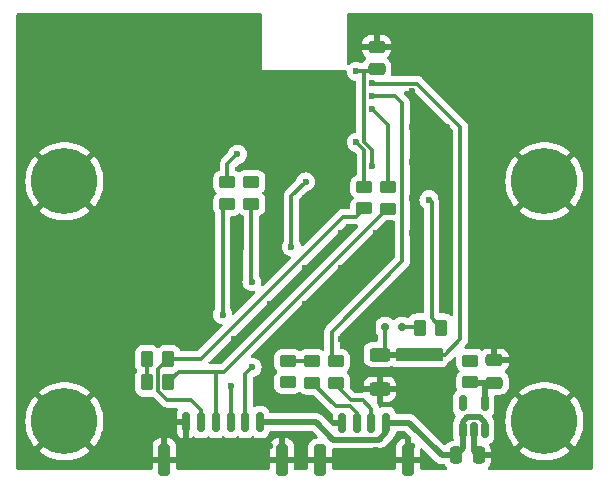
<source format=gbr>
%TF.GenerationSoftware,KiCad,Pcbnew,8.0.4+1*%
%TF.CreationDate,2024-10-18T12:55:20+00:00*%
%TF.ProjectId,TFGPSLITE01,54464750-534c-4495-9445-30312e6b6963,rev?*%
%TF.SameCoordinates,Original*%
%TF.FileFunction,Copper,L4,Bot*%
%TF.FilePolarity,Positive*%
%FSLAX46Y46*%
G04 Gerber Fmt 4.6, Leading zero omitted, Abs format (unit mm)*
G04 Created by KiCad (PCBNEW 8.0.4+1) date 2024-10-18 12:55:20*
%MOMM*%
%LPD*%
G01*
G04 APERTURE LIST*
G04 Aperture macros list*
%AMRoundRect*
0 Rectangle with rounded corners*
0 $1 Rounding radius*
0 $2 $3 $4 $5 $6 $7 $8 $9 X,Y pos of 4 corners*
0 Add a 4 corners polygon primitive as box body*
4,1,4,$2,$3,$4,$5,$6,$7,$8,$9,$2,$3,0*
0 Add four circle primitives for the rounded corners*
1,1,$1+$1,$2,$3*
1,1,$1+$1,$4,$5*
1,1,$1+$1,$6,$7*
1,1,$1+$1,$8,$9*
0 Add four rect primitives between the rounded corners*
20,1,$1+$1,$2,$3,$4,$5,0*
20,1,$1+$1,$4,$5,$6,$7,0*
20,1,$1+$1,$6,$7,$8,$9,0*
20,1,$1+$1,$8,$9,$2,$3,0*%
G04 Aperture macros list end*
%TA.AperFunction,ComponentPad*%
%ADD10C,5.600000*%
%TD*%
%TA.AperFunction,SMDPad,CuDef*%
%ADD11RoundRect,0.250000X-0.450000X0.262500X-0.450000X-0.262500X0.450000X-0.262500X0.450000X0.262500X0*%
%TD*%
%TA.AperFunction,SMDPad,CuDef*%
%ADD12RoundRect,0.250000X0.450000X-0.262500X0.450000X0.262500X-0.450000X0.262500X-0.450000X-0.262500X0*%
%TD*%
%TA.AperFunction,SMDPad,CuDef*%
%ADD13RoundRect,0.250000X0.262500X0.450000X-0.262500X0.450000X-0.262500X-0.450000X0.262500X-0.450000X0*%
%TD*%
%TA.AperFunction,SMDPad,CuDef*%
%ADD14RoundRect,0.150000X0.150000X-0.512500X0.150000X0.512500X-0.150000X0.512500X-0.150000X-0.512500X0*%
%TD*%
%TA.AperFunction,SMDPad,CuDef*%
%ADD15RoundRect,0.250000X0.475000X-0.250000X0.475000X0.250000X-0.475000X0.250000X-0.475000X-0.250000X0*%
%TD*%
%TA.AperFunction,SMDPad,CuDef*%
%ADD16RoundRect,0.250000X-0.262500X-0.450000X0.262500X-0.450000X0.262500X0.450000X-0.262500X0.450000X0*%
%TD*%
%TA.AperFunction,SMDPad,CuDef*%
%ADD17RoundRect,0.150000X0.150000X0.200000X-0.150000X0.200000X-0.150000X-0.200000X0.150000X-0.200000X0*%
%TD*%
%TA.AperFunction,SMDPad,CuDef*%
%ADD18RoundRect,0.250000X-0.250000X-0.475000X0.250000X-0.475000X0.250000X0.475000X-0.250000X0.475000X0*%
%TD*%
%TA.AperFunction,SMDPad,CuDef*%
%ADD19RoundRect,0.150000X0.150000X0.700000X-0.150000X0.700000X-0.150000X-0.700000X0.150000X-0.700000X0*%
%TD*%
%TA.AperFunction,SMDPad,CuDef*%
%ADD20RoundRect,0.250000X0.250000X1.100000X-0.250000X1.100000X-0.250000X-1.100000X0.250000X-1.100000X0*%
%TD*%
%TA.AperFunction,SMDPad,CuDef*%
%ADD21RoundRect,0.250000X-0.625000X0.312500X-0.625000X-0.312500X0.625000X-0.312500X0.625000X0.312500X0*%
%TD*%
%TA.AperFunction,ViaPad*%
%ADD22C,0.600000*%
%TD*%
%TA.AperFunction,Conductor*%
%ADD23C,0.300000*%
%TD*%
%TA.AperFunction,Conductor*%
%ADD24C,0.500000*%
%TD*%
G04 APERTURE END LIST*
D10*
%TO.P,M4,1*%
%TO.N,GND*%
X156340000Y-99840000D03*
%TD*%
%TO.P,M1,1*%
%TO.N,GND*%
X115700000Y-99840000D03*
%TD*%
%TO.P,M3,1*%
%TO.N,GND*%
X115700000Y-120160000D03*
%TD*%
%TO.P,M2,1*%
%TO.N,GND*%
X156340000Y-120160000D03*
%TD*%
D11*
%TO.P,R2,1*%
%TO.N,/L_UBX_TX*%
X129500000Y-99907500D03*
%TO.P,R2,2*%
%TO.N,/TX*%
X129500000Y-101732500D03*
%TD*%
D12*
%TO.P,R9,1*%
%TO.N,Net-(J2-Pad2)*%
X138690000Y-116892500D03*
%TO.P,R9,2*%
%TO.N,/EXTINT*%
X138690000Y-115067500D03*
%TD*%
%TO.P,R6,1*%
%TO.N,/I2C2.SCL*%
X143130000Y-102142500D03*
%TO.P,R6,2*%
%TO.N,Net-(IC1-SCL_{slash}_SPI_CLK)*%
X143130000Y-100317500D03*
%TD*%
%TO.P,R5,1*%
%TO.N,/I2C2.SDA*%
X141100000Y-102132500D03*
%TO.P,R5,2*%
%TO.N,Net-(IC1-SDA_{slash}_SPI_CS_N)*%
X141100000Y-100307500D03*
%TD*%
D11*
%TO.P,R3,1*%
%TO.N,/L_UBX_RX*%
X131510000Y-99907500D03*
%TO.P,R3,2*%
%TO.N,/RX*%
X131510000Y-101732500D03*
%TD*%
D13*
%TO.P,R1,1*%
%TO.N,+3V3*%
X147592500Y-112230000D03*
%TO.P,R1,2*%
%TO.N,Net-(D1-A)*%
X145767500Y-112230000D03*
%TD*%
D14*
%TO.P,U1,1,VIN*%
%TO.N,+5V*%
X151302500Y-120922500D03*
%TO.P,U1,2,GND*%
%TO.N,GND*%
X150352500Y-120922500D03*
%TO.P,U1,3,EN*%
%TO.N,+5V*%
X149402500Y-120922500D03*
%TO.P,U1,4,NC*%
%TO.N,unconnected-(U1-NC-Pad4)*%
X149402500Y-118647500D03*
%TO.P,U1,5,VOUT*%
%TO.N,+3V3*%
X151302500Y-118647500D03*
%TD*%
D15*
%TO.P,C1,1*%
%TO.N,+3V3*%
X142140000Y-90330000D03*
%TO.P,C1,2*%
%TO.N,GND*%
X142140000Y-88430000D03*
%TD*%
D12*
%TO.P,R10,1*%
%TO.N,Net-(J2-Pad3)*%
X136660000Y-116882500D03*
%TO.P,R10,2*%
%TO.N,/TPL*%
X136660000Y-115057500D03*
%TD*%
D16*
%TO.P,R7,1*%
%TO.N,+3V3*%
X122667500Y-116870000D03*
%TO.P,R7,2*%
%TO.N,/I2C2.SCL*%
X124492500Y-116870000D03*
%TD*%
D11*
%TO.P,R4,1*%
%TO.N,/TPL*%
X134620000Y-115027500D03*
%TO.P,R4,2*%
%TO.N,Net-(D2-A)*%
X134620000Y-116852500D03*
%TD*%
D15*
%TO.P,C4,1*%
%TO.N,+3V3*%
X152090000Y-116895000D03*
%TO.P,C4,2*%
%TO.N,GND*%
X152090000Y-114995000D03*
%TD*%
D17*
%TO.P,D1,1,K*%
%TO.N,Net-(D1-K)*%
X142857500Y-112180000D03*
%TO.P,D1,2,A*%
%TO.N,Net-(D1-A)*%
X144257500Y-112180000D03*
%TD*%
D18*
%TO.P,C3,1*%
%TO.N,+5V*%
X148872500Y-123045000D03*
%TO.P,C3,2*%
%TO.N,GND*%
X150772500Y-123045000D03*
%TD*%
D19*
%TO.P,J1,1*%
%TO.N,+5V*%
X132265000Y-120230000D03*
%TO.P,J1,2*%
%TO.N,/RX*%
X131015000Y-120230000D03*
%TO.P,J1,3*%
%TO.N,/TX*%
X129765000Y-120230000D03*
%TO.P,J1,4*%
%TO.N,/I2C2.SCL*%
X128515000Y-120230000D03*
%TO.P,J1,5*%
%TO.N,/I2C2.SDA*%
X127265000Y-120230000D03*
%TO.P,J1,6*%
%TO.N,GND*%
X126015000Y-120230000D03*
D20*
%TO.P,J1,MP*%
X134115000Y-123430000D03*
X124165000Y-123430000D03*
%TD*%
D16*
%TO.P,R8,1*%
%TO.N,+3V3*%
X122677500Y-114870000D03*
%TO.P,R8,2*%
%TO.N,/I2C2.SDA*%
X124502500Y-114870000D03*
%TD*%
D19*
%TO.P,J2,1*%
%TO.N,+5V*%
X142945000Y-120270000D03*
%TO.P,J2,2*%
%TO.N,Net-(J2-Pad2)*%
X141695000Y-120270000D03*
%TO.P,J2,3*%
%TO.N,Net-(J2-Pad3)*%
X140445000Y-120270000D03*
%TO.P,J2,4*%
%TO.N,GND*%
X139195000Y-120270000D03*
D20*
%TO.P,J2,MP*%
X144795000Y-123470000D03*
X137345000Y-123470000D03*
%TD*%
D21*
%TO.P,C2,1*%
%TO.N,Net-(D1-K)*%
X142400000Y-114507500D03*
%TO.P,C2,2*%
%TO.N,GND*%
X142400000Y-117432500D03*
%TD*%
D12*
%TO.P,R11,1*%
%TO.N,+3V3*%
X150070000Y-116837500D03*
%TO.P,R11,2*%
%TO.N,Net-(D3-A)*%
X150070000Y-115012500D03*
%TD*%
D22*
%TO.N,+3V3*%
X150045001Y-116837500D03*
X140413500Y-90535000D03*
X147592500Y-112230000D03*
X146565000Y-101395000D03*
X122677500Y-116760000D03*
X141750000Y-98535000D03*
%TO.N,GND*%
X127090000Y-86220000D03*
X151090000Y-89220000D03*
X115090000Y-110220000D03*
X154090000Y-95220000D03*
X121090000Y-113220000D03*
X139090000Y-113220000D03*
X112090000Y-110220000D03*
X148090000Y-92220000D03*
X121090000Y-122220000D03*
X127090000Y-95220000D03*
X139090000Y-104220000D03*
X154090000Y-107220000D03*
X121090000Y-95220000D03*
X145090000Y-86220000D03*
X112090000Y-101220000D03*
X145090000Y-92220000D03*
X127090000Y-104220000D03*
X130090000Y-122220000D03*
X151090000Y-98220000D03*
X124090000Y-92220000D03*
X127090000Y-89220000D03*
X121090000Y-104220000D03*
X136090000Y-119220000D03*
X157090000Y-92220000D03*
X148090000Y-86220000D03*
X145090000Y-89220000D03*
X148090000Y-101220000D03*
X142090000Y-110220000D03*
X112090000Y-116220000D03*
X112090000Y-107220000D03*
X148090000Y-95220000D03*
X145090000Y-116220000D03*
X124090000Y-104220000D03*
X136090000Y-122220000D03*
X154090000Y-113220000D03*
X118090000Y-86220000D03*
X136090000Y-101220000D03*
X154090000Y-116220000D03*
X160090000Y-110220000D03*
X136090000Y-107220000D03*
X127090000Y-101220000D03*
X145090000Y-104220000D03*
X148090000Y-110220000D03*
X142090000Y-104220000D03*
X151090000Y-86220000D03*
X148090000Y-104220000D03*
X139090000Y-110220000D03*
X157090000Y-113220000D03*
X160090000Y-86220000D03*
X127090000Y-122220000D03*
X118090000Y-113220000D03*
X124090000Y-113220000D03*
X136090000Y-104220000D03*
X118090000Y-95220000D03*
X124090000Y-95220000D03*
X157090000Y-86220000D03*
X129760000Y-89210000D03*
X121090000Y-92220000D03*
X160090000Y-89220000D03*
X133090000Y-107220000D03*
X124090000Y-110220000D03*
X112090000Y-104220000D03*
X139090000Y-122630000D03*
X121090000Y-107220000D03*
X124090000Y-89220000D03*
X121090000Y-98220000D03*
X136090000Y-110220000D03*
X151090000Y-113220000D03*
X115090000Y-92220000D03*
X148090000Y-107220000D03*
X118090000Y-89220000D03*
X151090000Y-104220000D03*
X160090000Y-113220000D03*
X118090000Y-92220000D03*
X145090000Y-95220000D03*
X151090000Y-107220000D03*
X130090000Y-110220000D03*
X127090000Y-92220000D03*
X118090000Y-116220000D03*
X112090000Y-89220000D03*
X157090000Y-110220000D03*
X121090000Y-89220000D03*
X139090000Y-107220000D03*
X142090000Y-86220000D03*
X157090000Y-107220000D03*
X157090000Y-104220000D03*
X121090000Y-86220000D03*
X124090000Y-101220000D03*
X115090000Y-89220000D03*
X133090000Y-101220000D03*
X127090000Y-113220000D03*
X148090000Y-89220000D03*
X115090000Y-116220000D03*
X154090000Y-110220000D03*
X160090000Y-116220000D03*
X133090000Y-104220000D03*
X160090000Y-101220000D03*
X136090000Y-113220000D03*
X133090000Y-110220000D03*
X127090000Y-107220000D03*
X151090000Y-101220000D03*
X154090000Y-92220000D03*
X124090000Y-86220000D03*
X112090000Y-95220000D03*
X154090000Y-89220000D03*
X112090000Y-98220000D03*
X115090000Y-107220000D03*
X121090000Y-101220000D03*
X129760000Y-86210000D03*
X118090000Y-107220000D03*
X151090000Y-110220000D03*
X151090000Y-92220000D03*
X118090000Y-104220000D03*
X157090000Y-95220000D03*
X129760000Y-95210000D03*
X112090000Y-92220000D03*
X145090000Y-119220000D03*
X130090000Y-113220000D03*
X148090000Y-98220000D03*
X127090000Y-110220000D03*
X121090000Y-116220000D03*
X160090000Y-95220000D03*
X154090000Y-104220000D03*
X112090000Y-113220000D03*
X124090000Y-122220000D03*
X115090000Y-86220000D03*
X124090000Y-107220000D03*
X121090000Y-110220000D03*
X133090000Y-122220000D03*
X160090000Y-92220000D03*
X115090000Y-95220000D03*
X154090000Y-86220000D03*
X127090000Y-98220000D03*
X145090000Y-107220000D03*
X121090000Y-119220000D03*
X124090000Y-98220000D03*
X124090000Y-119220000D03*
X145090000Y-122220000D03*
X145090000Y-110220000D03*
X160090000Y-98220000D03*
X139090000Y-101220000D03*
X151090000Y-95220000D03*
X115090000Y-113220000D03*
X130090000Y-107220000D03*
X157090000Y-89220000D03*
X118090000Y-110220000D03*
X160090000Y-107220000D03*
X130090000Y-104220000D03*
X145090000Y-98220000D03*
X129760000Y-92210000D03*
X145090000Y-101220000D03*
X142090000Y-122620000D03*
X112090000Y-86220000D03*
X142090000Y-107220000D03*
X160090000Y-104220000D03*
X157090000Y-116220000D03*
X115090000Y-104220000D03*
%TO.N,Net-(D1-K)*%
X141720000Y-91535000D03*
%TO.N,Net-(D2-A)*%
X134620000Y-116852500D03*
%TO.N,Net-(D3-A)*%
X149800000Y-115030000D03*
%TO.N,/L_UBX_TX*%
X130350000Y-97550000D03*
%TO.N,/L_UBX_RX*%
X131510000Y-99907500D03*
%TO.N,/TPL*%
X134910000Y-105380000D03*
X136110000Y-99880000D03*
X134620000Y-115027500D03*
%TO.N,/EXTINT*%
X141720000Y-92580000D03*
%TO.N,/TX*%
X129765000Y-117135000D03*
X129090000Y-111120000D03*
%TO.N,/RX*%
X131590000Y-115590000D03*
X131560000Y-108350000D03*
%TO.N,Net-(IC1-SCL_{slash}_SPI_CLK)*%
X141720000Y-93690000D03*
%TO.N,Net-(IC1-SDA_{slash}_SPI_CS_N)*%
X140413500Y-96535000D03*
%TD*%
D23*
%TO.N,+3V3*%
X122677500Y-114870000D02*
X122677500Y-116760000D01*
X122667500Y-116770000D02*
X122677500Y-116760000D01*
X141750000Y-97164394D02*
X141070000Y-96484394D01*
D24*
X151302500Y-117245000D02*
X151652500Y-116895000D01*
D23*
X142140000Y-90330000D02*
X141900000Y-90330000D01*
D24*
X151652500Y-116895000D02*
X149690000Y-116895000D01*
D23*
X141900000Y-90330000D02*
X141640000Y-90590000D01*
X146780000Y-101610000D02*
X146780000Y-111417500D01*
X122667500Y-116870000D02*
X122667500Y-116770000D01*
X141750000Y-98535000D02*
X141750000Y-97164394D01*
X141900000Y-90330000D02*
X141695000Y-90535000D01*
X141695000Y-90535000D02*
X141070000Y-90535000D01*
X146780000Y-111417500D02*
X147592500Y-112230000D01*
X140413500Y-90535000D02*
X141070000Y-90535000D01*
D24*
X149690000Y-116895000D02*
X149632500Y-116837500D01*
D23*
X146565000Y-101395000D02*
X146780000Y-101610000D01*
X141070000Y-96484394D02*
X141070000Y-90535000D01*
D24*
X151302500Y-118647500D02*
X151302500Y-117245000D01*
%TO.N,GND*%
X150352500Y-120922500D02*
X150352500Y-122685000D01*
X150352500Y-122685000D02*
X150712500Y-123045000D01*
D23*
%TO.N,Net-(D1-K)*%
X149230000Y-113230000D02*
X147952500Y-114507500D01*
X145580000Y-91570000D02*
X149230000Y-95220000D01*
X149230000Y-95220000D02*
X149230000Y-113230000D01*
X141720000Y-91535000D02*
X141755000Y-91570000D01*
X142857500Y-112180000D02*
X142857500Y-114050000D01*
X142857500Y-114050000D02*
X142400000Y-114507500D01*
X141755000Y-91570000D02*
X145580000Y-91570000D01*
X147952500Y-114507500D02*
X142400000Y-114507500D01*
D24*
%TO.N,+5V*%
X147642500Y-123045000D02*
X144867500Y-120270000D01*
X149402500Y-120922500D02*
X149402500Y-122455000D01*
X149807500Y-119810000D02*
X149402500Y-120215000D01*
X142320000Y-121700000D02*
X142945000Y-121075000D01*
X148812500Y-123045000D02*
X147642500Y-123045000D01*
X151302500Y-120260001D02*
X150852499Y-119810000D01*
X132265000Y-120230000D02*
X136990000Y-120230000D01*
X138460000Y-121700000D02*
X142320000Y-121700000D01*
X142945000Y-121075000D02*
X142945000Y-120270000D01*
X151302500Y-120922500D02*
X151302500Y-120260001D01*
X149402500Y-122455000D02*
X148812500Y-123045000D01*
X144867500Y-120270000D02*
X142945000Y-120270000D01*
X150852499Y-119810000D02*
X149807500Y-119810000D01*
X136990000Y-120230000D02*
X138460000Y-121700000D01*
X149402500Y-120215000D02*
X149402500Y-120922500D01*
D23*
%TO.N,Net-(D1-A)*%
X145717500Y-112180000D02*
X145767500Y-112230000D01*
X144257500Y-112180000D02*
X145717500Y-112180000D01*
%TO.N,/I2C2.SCL*%
X124492500Y-116870000D02*
X125392500Y-115970000D01*
X143001862Y-102142500D02*
X143130000Y-102142500D01*
X125392500Y-115970000D02*
X128560000Y-115970000D01*
X128560000Y-115970000D02*
X129174362Y-115970000D01*
X128515000Y-120230000D02*
X128515000Y-116015000D01*
X128515000Y-116015000D02*
X128560000Y-115970000D01*
X129174362Y-115970000D02*
X143001862Y-102142500D01*
%TO.N,/I2C2.SDA*%
X126440000Y-118390000D02*
X127265000Y-119215000D01*
X127265000Y-119215000D02*
X127265000Y-120230000D01*
X124502500Y-114870000D02*
X123630000Y-115742500D01*
X140402500Y-102830000D02*
X139280000Y-102830000D01*
X141100000Y-102132500D02*
X140402500Y-102830000D01*
X127240000Y-114870000D02*
X124502500Y-114870000D01*
X124420000Y-118390000D02*
X126440000Y-118390000D01*
X123630000Y-117600000D02*
X124420000Y-118390000D01*
X139280000Y-102830000D02*
X127240000Y-114870000D01*
X123630000Y-115742500D02*
X123630000Y-117600000D01*
%TO.N,/L_UBX_TX*%
X129500000Y-98400000D02*
X130350000Y-97550000D01*
X129500000Y-99907500D02*
X129500000Y-98400000D01*
%TO.N,/TPL*%
X134910000Y-101080000D02*
X134910000Y-105380000D01*
X134650000Y-115057500D02*
X134620000Y-115027500D01*
X136110000Y-99880000D02*
X134910000Y-101080000D01*
X136660000Y-115057500D02*
X134650000Y-115057500D01*
%TO.N,/EXTINT*%
X144320000Y-93220000D02*
X144320000Y-106600000D01*
X143680000Y-92580000D02*
X144320000Y-93220000D01*
X144320000Y-106600000D02*
X138350000Y-112570000D01*
X138350000Y-112570000D02*
X138350000Y-114727500D01*
X141720000Y-92580000D02*
X143680000Y-92580000D01*
X138350000Y-114727500D02*
X138690000Y-115067500D01*
%TO.N,/TX*%
X129090000Y-111120000D02*
X129090000Y-102142500D01*
X129090000Y-102142500D02*
X129500000Y-101732500D01*
X129765000Y-117135000D02*
X129765000Y-120230000D01*
%TO.N,/RX*%
X131500000Y-108290000D02*
X131560000Y-108350000D01*
X131510000Y-105760000D02*
X131500000Y-105770000D01*
X131590000Y-115590000D02*
X131015000Y-116165000D01*
X131500000Y-105770000D02*
X131500000Y-108290000D01*
X131015000Y-116165000D02*
X131015000Y-120230000D01*
X131510000Y-101732500D02*
X131510000Y-105760000D01*
%TO.N,Net-(J2-Pad2)*%
X138690000Y-117080000D02*
X139980000Y-118370000D01*
X141695000Y-119105000D02*
X141695000Y-120270000D01*
X139980000Y-118370000D02*
X140960000Y-118370000D01*
X140960000Y-118370000D02*
X141695000Y-119105000D01*
X138690000Y-116892500D02*
X138690000Y-117080000D01*
%TO.N,Net-(J2-Pad3)*%
X140445000Y-120270000D02*
X140445000Y-119420001D01*
X138657500Y-118880000D02*
X136660000Y-116882500D01*
X140445000Y-119420001D02*
X139904999Y-118880000D01*
X139904999Y-118880000D02*
X138657500Y-118880000D01*
%TO.N,Net-(IC1-SCL_{slash}_SPI_CLK)*%
X143130000Y-95100000D02*
X142260000Y-94230000D01*
X143130000Y-100317500D02*
X143130000Y-95100000D01*
X142260000Y-94230000D02*
X141720000Y-93690000D01*
%TO.N,Net-(IC1-SDA_{slash}_SPI_CS_N)*%
X140413500Y-96535000D02*
X141100000Y-97221500D01*
X141100000Y-97221500D02*
X141100000Y-100307500D01*
%TD*%
%TA.AperFunction,Conductor*%
%TO.N,GND*%
G36*
X132356539Y-85620185D02*
G01*
X132402294Y-85672989D01*
X132413500Y-85724500D01*
X132413500Y-90435000D01*
X139485854Y-90435000D01*
X139552893Y-90454685D01*
X139598648Y-90507489D01*
X139609074Y-90545116D01*
X139628130Y-90714250D01*
X139628131Y-90714254D01*
X139687711Y-90884523D01*
X139725397Y-90944499D01*
X139783684Y-91037262D01*
X139911238Y-91164816D01*
X140063978Y-91260789D01*
X140234245Y-91320368D01*
X140234249Y-91320369D01*
X140309383Y-91328834D01*
X140373797Y-91355900D01*
X140413352Y-91413494D01*
X140419500Y-91452054D01*
X140419500Y-95617945D01*
X140399815Y-95684984D01*
X140347011Y-95730739D01*
X140309384Y-95741165D01*
X140234249Y-95749630D01*
X140234245Y-95749631D01*
X140063976Y-95809211D01*
X139911237Y-95905184D01*
X139783684Y-96032737D01*
X139687711Y-96185476D01*
X139628131Y-96355745D01*
X139628130Y-96355750D01*
X139607935Y-96534996D01*
X139607935Y-96535003D01*
X139628130Y-96714249D01*
X139628131Y-96714254D01*
X139687711Y-96884523D01*
X139744342Y-96974650D01*
X139783684Y-97037262D01*
X139911238Y-97164816D01*
X140063978Y-97260789D01*
X140234245Y-97320368D01*
X140241474Y-97321182D01*
X140305888Y-97348246D01*
X140315276Y-97356722D01*
X140413181Y-97454627D01*
X140446666Y-97515950D01*
X140449500Y-97542308D01*
X140449500Y-99231267D01*
X140429815Y-99298306D01*
X140377011Y-99344061D01*
X140364506Y-99348972D01*
X140330671Y-99360184D01*
X140330663Y-99360187D01*
X140181342Y-99452289D01*
X140057289Y-99576342D01*
X139965187Y-99725663D01*
X139965185Y-99725668D01*
X139949700Y-99772400D01*
X139910001Y-99892203D01*
X139910001Y-99892204D01*
X139910000Y-99892204D01*
X139899500Y-99994983D01*
X139899500Y-100620001D01*
X139899501Y-100620019D01*
X139910000Y-100722796D01*
X139910001Y-100722799D01*
X139965185Y-100889331D01*
X139965187Y-100889336D01*
X139968824Y-100895232D01*
X140043269Y-101015928D01*
X140057289Y-101038657D01*
X140150951Y-101132319D01*
X140184436Y-101193642D01*
X140179452Y-101263334D01*
X140150951Y-101307681D01*
X140057289Y-101401342D01*
X139965187Y-101550663D01*
X139965185Y-101550668D01*
X139957369Y-101574255D01*
X139910001Y-101717203D01*
X139910001Y-101717204D01*
X139910000Y-101717204D01*
X139899500Y-101819984D01*
X139899500Y-101819991D01*
X139899500Y-101990002D01*
X139899501Y-102055499D01*
X139879817Y-102122539D01*
X139827013Y-102168294D01*
X139775501Y-102179500D01*
X139215929Y-102179500D01*
X139090261Y-102204497D01*
X139090255Y-102204499D01*
X138971870Y-102253535D01*
X138865331Y-102324722D01*
X138865324Y-102324728D01*
X135907205Y-105282847D01*
X135845882Y-105316332D01*
X135776190Y-105311348D01*
X135720257Y-105269476D01*
X135696303Y-105209047D01*
X135695368Y-105200745D01*
X135695367Y-105200742D01*
X135695366Y-105200737D01*
X135635790Y-105030481D01*
X135635789Y-105030478D01*
X135614008Y-104995814D01*
X135579506Y-104940903D01*
X135560500Y-104874931D01*
X135560500Y-101400807D01*
X135580185Y-101333768D01*
X135596815Y-101313130D01*
X136208224Y-100701720D01*
X136269545Y-100668237D01*
X136282019Y-100666183D01*
X136289255Y-100665368D01*
X136459522Y-100605789D01*
X136612262Y-100509816D01*
X136739816Y-100382262D01*
X136835789Y-100229522D01*
X136895368Y-100059255D01*
X136915565Y-99880000D01*
X136911058Y-99840002D01*
X136895369Y-99700750D01*
X136895368Y-99700745D01*
X136895368Y-99700744D01*
X136835789Y-99530478D01*
X136739816Y-99377738D01*
X136612262Y-99250184D01*
X136573476Y-99225813D01*
X136459523Y-99154211D01*
X136289254Y-99094631D01*
X136289249Y-99094630D01*
X136110004Y-99074435D01*
X136109996Y-99074435D01*
X135930750Y-99094630D01*
X135930745Y-99094631D01*
X135760476Y-99154211D01*
X135607737Y-99250184D01*
X135480184Y-99377737D01*
X135384210Y-99530478D01*
X135324632Y-99700744D01*
X135324630Y-99700752D01*
X135323815Y-99707988D01*
X135296743Y-99772400D01*
X135288277Y-99781775D01*
X134404726Y-100665326D01*
X134351826Y-100744499D01*
X134351824Y-100744501D01*
X134333539Y-100771864D01*
X134333533Y-100771875D01*
X134284499Y-100890255D01*
X134284497Y-100890261D01*
X134259500Y-101015928D01*
X134259500Y-104874931D01*
X134240494Y-104940903D01*
X134184211Y-105030477D01*
X134184209Y-105030481D01*
X134124633Y-105200737D01*
X134124630Y-105200750D01*
X134104435Y-105379996D01*
X134104435Y-105380003D01*
X134124630Y-105559249D01*
X134124631Y-105559254D01*
X134184211Y-105729523D01*
X134267679Y-105862360D01*
X134280184Y-105882262D01*
X134407738Y-106009816D01*
X134560478Y-106105789D01*
X134730745Y-106165368D01*
X134739048Y-106166303D01*
X134803461Y-106193369D01*
X134843018Y-106250963D01*
X134845157Y-106320800D01*
X134812847Y-106377205D01*
X132555893Y-108634159D01*
X132494570Y-108667644D01*
X132424878Y-108662660D01*
X132368945Y-108620788D01*
X132344528Y-108555324D01*
X132344992Y-108532594D01*
X132365565Y-108350002D01*
X132365565Y-108349996D01*
X132345369Y-108170750D01*
X132345368Y-108170745D01*
X132285788Y-108000476D01*
X132189815Y-107847737D01*
X132186819Y-107844741D01*
X132185501Y-107842328D01*
X132185475Y-107842295D01*
X132185480Y-107842290D01*
X132153334Y-107783418D01*
X132150500Y-107757060D01*
X132150500Y-105886553D01*
X132152883Y-105862360D01*
X132160500Y-105824070D01*
X132160500Y-102808732D01*
X132180185Y-102741693D01*
X132232989Y-102695938D01*
X132245495Y-102691026D01*
X132279334Y-102679814D01*
X132428656Y-102587712D01*
X132552712Y-102463656D01*
X132644814Y-102314334D01*
X132699999Y-102147797D01*
X132710500Y-102045009D01*
X132710499Y-101419992D01*
X132708518Y-101400603D01*
X132699999Y-101317203D01*
X132699998Y-101317200D01*
X132686772Y-101277288D01*
X132644814Y-101150666D01*
X132552712Y-101001344D01*
X132459049Y-100907681D01*
X132425564Y-100846358D01*
X132430548Y-100776666D01*
X132459049Y-100732319D01*
X132489646Y-100701722D01*
X132552712Y-100638656D01*
X132644814Y-100489334D01*
X132699999Y-100322797D01*
X132710500Y-100220009D01*
X132710499Y-99594992D01*
X132699999Y-99492203D01*
X132644814Y-99325666D01*
X132552712Y-99176344D01*
X132428656Y-99052288D01*
X132279334Y-98960186D01*
X132112797Y-98905001D01*
X132112795Y-98905000D01*
X132010010Y-98894500D01*
X131009998Y-98894500D01*
X131009980Y-98894501D01*
X130907203Y-98905000D01*
X130907200Y-98905001D01*
X130740668Y-98960185D01*
X130740663Y-98960187D01*
X130591341Y-99052290D01*
X130585681Y-99056766D01*
X130584580Y-99055374D01*
X130531358Y-99084436D01*
X130461666Y-99079452D01*
X130425009Y-99055893D01*
X130424319Y-99056766D01*
X130418658Y-99052290D01*
X130418656Y-99052288D01*
X130269334Y-98960186D01*
X130269328Y-98960184D01*
X130235494Y-98948972D01*
X130178050Y-98909199D01*
X130151228Y-98844683D01*
X130150500Y-98831267D01*
X130150500Y-98720807D01*
X130170185Y-98653768D01*
X130186815Y-98633130D01*
X130448224Y-98371720D01*
X130509545Y-98338237D01*
X130522019Y-98336183D01*
X130529255Y-98335368D01*
X130699522Y-98275789D01*
X130852262Y-98179816D01*
X130979816Y-98052262D01*
X131075789Y-97899522D01*
X131135368Y-97729255D01*
X131135369Y-97729249D01*
X131155565Y-97550003D01*
X131155565Y-97549996D01*
X131135369Y-97370750D01*
X131135368Y-97370745D01*
X131118021Y-97321170D01*
X131075789Y-97200478D01*
X131053380Y-97164815D01*
X131015550Y-97104609D01*
X130979816Y-97047738D01*
X130852262Y-96920184D01*
X130795508Y-96884523D01*
X130699523Y-96824211D01*
X130529254Y-96764631D01*
X130529249Y-96764630D01*
X130350004Y-96744435D01*
X130349996Y-96744435D01*
X130170750Y-96764630D01*
X130170745Y-96764631D01*
X130000476Y-96824211D01*
X129847737Y-96920184D01*
X129720184Y-97047737D01*
X129624210Y-97200478D01*
X129564632Y-97370744D01*
X129564630Y-97370752D01*
X129563815Y-97377988D01*
X129536743Y-97442400D01*
X129528277Y-97451775D01*
X128994725Y-97985328D01*
X128994722Y-97985331D01*
X128950001Y-98052261D01*
X128950002Y-98052262D01*
X128923534Y-98091874D01*
X128874499Y-98210255D01*
X128874497Y-98210261D01*
X128849500Y-98335928D01*
X128849500Y-98831267D01*
X128829815Y-98898306D01*
X128777011Y-98944061D01*
X128764506Y-98948972D01*
X128730671Y-98960184D01*
X128730663Y-98960187D01*
X128581342Y-99052289D01*
X128457289Y-99176342D01*
X128365187Y-99325663D01*
X128365185Y-99325668D01*
X128347931Y-99377737D01*
X128310001Y-99492203D01*
X128310001Y-99492204D01*
X128310000Y-99492204D01*
X128299500Y-99594983D01*
X128299500Y-100220001D01*
X128299501Y-100220019D01*
X128310000Y-100322796D01*
X128310001Y-100322799D01*
X128353539Y-100454187D01*
X128365186Y-100489334D01*
X128439385Y-100609631D01*
X128457289Y-100638657D01*
X128550951Y-100732319D01*
X128584436Y-100793642D01*
X128579452Y-100863334D01*
X128550951Y-100907681D01*
X128457289Y-101001342D01*
X128365187Y-101150663D01*
X128365185Y-101150668D01*
X128343622Y-101215743D01*
X128310001Y-101317203D01*
X128310001Y-101317204D01*
X128310000Y-101317204D01*
X128299500Y-101419983D01*
X128299500Y-102045001D01*
X128299501Y-102045019D01*
X128310000Y-102147796D01*
X128310001Y-102147799D01*
X128365185Y-102314331D01*
X128365187Y-102314336D01*
X128371597Y-102324728D01*
X128421039Y-102404886D01*
X128439500Y-102469982D01*
X128439500Y-110614931D01*
X128420494Y-110680903D01*
X128364211Y-110770477D01*
X128364209Y-110770481D01*
X128304633Y-110940737D01*
X128304630Y-110940750D01*
X128284435Y-111119996D01*
X128284435Y-111120003D01*
X128304630Y-111299249D01*
X128304631Y-111299254D01*
X128364211Y-111469523D01*
X128415327Y-111550873D01*
X128460184Y-111622262D01*
X128587738Y-111749816D01*
X128740478Y-111845789D01*
X128887008Y-111897062D01*
X128910745Y-111905368D01*
X128910750Y-111905369D01*
X128990948Y-111914405D01*
X129055362Y-111941471D01*
X129094917Y-111999066D01*
X129097055Y-112068903D01*
X129064746Y-112125306D01*
X127006873Y-114183181D01*
X126945550Y-114216666D01*
X126919192Y-114219500D01*
X125578733Y-114219500D01*
X125511694Y-114199815D01*
X125465939Y-114147011D01*
X125461028Y-114134506D01*
X125452969Y-114110187D01*
X125449814Y-114100666D01*
X125357712Y-113951344D01*
X125233656Y-113827288D01*
X125084334Y-113735186D01*
X124917797Y-113680001D01*
X124917795Y-113680000D01*
X124815010Y-113669500D01*
X124189998Y-113669500D01*
X124189980Y-113669501D01*
X124087203Y-113680000D01*
X124087200Y-113680001D01*
X123920668Y-113735185D01*
X123920663Y-113735187D01*
X123771342Y-113827289D01*
X123677681Y-113920951D01*
X123616358Y-113954436D01*
X123546666Y-113949452D01*
X123502319Y-113920951D01*
X123408657Y-113827289D01*
X123408656Y-113827288D01*
X123259334Y-113735186D01*
X123092797Y-113680001D01*
X123092795Y-113680000D01*
X122990010Y-113669500D01*
X122364998Y-113669500D01*
X122364980Y-113669501D01*
X122262203Y-113680000D01*
X122262200Y-113680001D01*
X122095668Y-113735185D01*
X122095663Y-113735187D01*
X121946342Y-113827289D01*
X121822289Y-113951342D01*
X121730187Y-114100663D01*
X121730185Y-114100668D01*
X121715501Y-114144983D01*
X121675001Y-114267203D01*
X121675001Y-114267204D01*
X121675000Y-114267204D01*
X121664500Y-114369983D01*
X121664500Y-115370001D01*
X121664501Y-115370019D01*
X121675000Y-115472796D01*
X121675001Y-115472799D01*
X121713837Y-115589996D01*
X121730186Y-115639334D01*
X121810321Y-115769255D01*
X121826080Y-115794803D01*
X121824625Y-115795700D01*
X121847403Y-115852143D01*
X121834370Y-115920786D01*
X121816436Y-115945420D01*
X121816766Y-115945681D01*
X121812290Y-115951341D01*
X121720187Y-116100663D01*
X121720185Y-116100668D01*
X121713334Y-116121344D01*
X121665001Y-116267203D01*
X121665001Y-116267204D01*
X121665000Y-116267204D01*
X121654500Y-116369983D01*
X121654500Y-117370001D01*
X121654501Y-117370019D01*
X121665000Y-117472796D01*
X121665001Y-117472799D01*
X121720185Y-117639331D01*
X121720187Y-117639336D01*
X121755069Y-117695888D01*
X121812288Y-117788656D01*
X121936344Y-117912712D01*
X122085666Y-118004814D01*
X122252203Y-118059999D01*
X122354991Y-118070500D01*
X122980008Y-118070499D01*
X122980016Y-118070498D01*
X122980019Y-118070498D01*
X123000051Y-118068451D01*
X123082797Y-118059999D01*
X123082806Y-118059995D01*
X123088706Y-118058733D01*
X123158381Y-118063941D01*
X123202356Y-118092302D01*
X124005325Y-118895272D01*
X124005326Y-118895273D01*
X124005329Y-118895275D01*
X124005331Y-118895277D01*
X124111873Y-118966465D01*
X124230256Y-119015501D01*
X124230260Y-119015501D01*
X124230261Y-119015502D01*
X124355928Y-119040500D01*
X124355931Y-119040500D01*
X124484069Y-119040500D01*
X125181932Y-119040500D01*
X125248971Y-119060185D01*
X125294726Y-119112989D01*
X125304670Y-119182147D01*
X125288664Y-119227621D01*
X125263717Y-119269803D01*
X125263716Y-119269806D01*
X125217900Y-119427504D01*
X125217899Y-119427510D01*
X125215000Y-119464350D01*
X125215000Y-119980000D01*
X126141000Y-119980000D01*
X126208039Y-119999685D01*
X126253794Y-120052489D01*
X126265000Y-120104000D01*
X126265000Y-121577295D01*
X126265001Y-121577295D01*
X126267486Y-121577100D01*
X126425198Y-121531281D01*
X126573271Y-121443712D01*
X126574459Y-121445721D01*
X126628602Y-121424452D01*
X126697121Y-121438119D01*
X126706743Y-121444301D01*
X126744446Y-121466598D01*
X126854602Y-121531744D01*
X126876397Y-121538076D01*
X127012426Y-121577597D01*
X127012429Y-121577597D01*
X127012431Y-121577598D01*
X127049306Y-121580500D01*
X127049314Y-121580500D01*
X127480686Y-121580500D01*
X127480694Y-121580500D01*
X127517569Y-121577598D01*
X127517571Y-121577597D01*
X127517573Y-121577597D01*
X127559191Y-121565505D01*
X127675398Y-121531744D01*
X127800048Y-121458026D01*
X127823580Y-121444110D01*
X127824747Y-121446083D01*
X127879035Y-121424769D01*
X127947553Y-121438448D01*
X127956404Y-121444136D01*
X127956420Y-121444110D01*
X127997034Y-121468128D01*
X128104602Y-121531744D01*
X128126397Y-121538076D01*
X128262426Y-121577597D01*
X128262429Y-121577597D01*
X128262431Y-121577598D01*
X128299306Y-121580500D01*
X128299314Y-121580500D01*
X128730686Y-121580500D01*
X128730694Y-121580500D01*
X128767569Y-121577598D01*
X128767571Y-121577597D01*
X128767573Y-121577597D01*
X128809191Y-121565505D01*
X128925398Y-121531744D01*
X129050048Y-121458026D01*
X129073580Y-121444110D01*
X129074747Y-121446083D01*
X129129035Y-121424769D01*
X129197553Y-121438448D01*
X129206404Y-121444136D01*
X129206420Y-121444110D01*
X129247034Y-121468128D01*
X129354602Y-121531744D01*
X129376397Y-121538076D01*
X129512426Y-121577597D01*
X129512429Y-121577597D01*
X129512431Y-121577598D01*
X129549306Y-121580500D01*
X129549314Y-121580500D01*
X129980686Y-121580500D01*
X129980694Y-121580500D01*
X130017569Y-121577598D01*
X130017571Y-121577597D01*
X130017573Y-121577597D01*
X130059191Y-121565505D01*
X130175398Y-121531744D01*
X130300048Y-121458026D01*
X130323580Y-121444110D01*
X130324747Y-121446083D01*
X130379035Y-121424769D01*
X130447553Y-121438448D01*
X130456404Y-121444136D01*
X130456420Y-121444110D01*
X130497034Y-121468128D01*
X130604602Y-121531744D01*
X130626397Y-121538076D01*
X130762426Y-121577597D01*
X130762429Y-121577597D01*
X130762431Y-121577598D01*
X130799306Y-121580500D01*
X130799314Y-121580500D01*
X131230686Y-121580500D01*
X131230694Y-121580500D01*
X131267569Y-121577598D01*
X131267571Y-121577597D01*
X131267573Y-121577597D01*
X131309191Y-121565505D01*
X131425398Y-121531744D01*
X131550048Y-121458026D01*
X131573580Y-121444110D01*
X131574747Y-121446083D01*
X131629035Y-121424769D01*
X131697553Y-121438448D01*
X131706404Y-121444136D01*
X131706420Y-121444110D01*
X131747034Y-121468128D01*
X131854602Y-121531744D01*
X131876397Y-121538076D01*
X132012426Y-121577597D01*
X132012429Y-121577597D01*
X132012431Y-121577598D01*
X132049306Y-121580500D01*
X132049314Y-121580500D01*
X132480686Y-121580500D01*
X132480694Y-121580500D01*
X132517569Y-121577598D01*
X132517571Y-121577597D01*
X132517573Y-121577597D01*
X132559191Y-121565505D01*
X132675398Y-121531744D01*
X132816865Y-121448081D01*
X132933081Y-121331865D01*
X133016744Y-121190398D01*
X133051751Y-121069905D01*
X133089357Y-121011019D01*
X133152829Y-120981813D01*
X133170827Y-120980500D01*
X136627770Y-120980500D01*
X136694809Y-121000185D01*
X136715451Y-121016819D01*
X137108753Y-121410121D01*
X137142238Y-121471444D01*
X137137254Y-121541136D01*
X137095382Y-121597069D01*
X137033674Y-121621160D01*
X136942302Y-121630494D01*
X136775880Y-121685641D01*
X136775875Y-121685643D01*
X136626654Y-121777684D01*
X136502684Y-121901654D01*
X136410643Y-122050875D01*
X136410641Y-122050880D01*
X136355494Y-122217302D01*
X136355493Y-122217309D01*
X136345000Y-122320013D01*
X136345000Y-123220000D01*
X138344999Y-123220000D01*
X138344999Y-122574500D01*
X138364684Y-122507461D01*
X138417488Y-122461706D01*
X138468999Y-122450500D01*
X142393920Y-122450500D01*
X142491462Y-122431096D01*
X142538913Y-122421658D01*
X142675495Y-122365084D01*
X142724729Y-122332186D01*
X142742948Y-122320013D01*
X143795000Y-122320013D01*
X143795000Y-123220000D01*
X144545000Y-123220000D01*
X144545000Y-121620000D01*
X144544999Y-121619999D01*
X144495029Y-121620000D01*
X144495011Y-121620001D01*
X144392302Y-121630494D01*
X144225880Y-121685641D01*
X144225875Y-121685643D01*
X144076654Y-121777684D01*
X143952684Y-121901654D01*
X143860643Y-122050875D01*
X143860641Y-122050880D01*
X143805494Y-122217302D01*
X143805493Y-122217309D01*
X143795000Y-122320013D01*
X142742948Y-122320013D01*
X142798416Y-122282952D01*
X143527951Y-121553416D01*
X143610084Y-121430495D01*
X143666658Y-121293913D01*
X143666660Y-121293902D01*
X143668427Y-121288080D01*
X143669117Y-121288289D01*
X143681208Y-121256667D01*
X143696744Y-121230398D01*
X143731751Y-121109905D01*
X143769357Y-121051019D01*
X143832829Y-121021813D01*
X143850827Y-121020500D01*
X144505270Y-121020500D01*
X144572309Y-121040185D01*
X144592951Y-121056819D01*
X145012885Y-121476753D01*
X145046370Y-121538076D01*
X145044184Y-121568638D01*
X145045000Y-121568638D01*
X145045000Y-123220000D01*
X145794999Y-123220000D01*
X145794999Y-122558228D01*
X145814684Y-122491189D01*
X145867488Y-122445434D01*
X145936646Y-122435490D01*
X146000202Y-122464515D01*
X146006673Y-122470541D01*
X147059549Y-123523416D01*
X147164084Y-123627951D01*
X147164087Y-123627953D01*
X147164088Y-123627954D01*
X147287003Y-123710083D01*
X147287006Y-123710085D01*
X147343579Y-123733518D01*
X147343580Y-123733518D01*
X147423588Y-123766659D01*
X147539741Y-123789763D01*
X147558968Y-123793587D01*
X147568581Y-123795500D01*
X147568582Y-123795500D01*
X147568583Y-123795500D01*
X147716418Y-123795500D01*
X147841442Y-123795500D01*
X147908481Y-123815185D01*
X147946979Y-123854401D01*
X148029788Y-123988656D01*
X148029789Y-123988657D01*
X148068951Y-124027819D01*
X148102436Y-124089142D01*
X148097452Y-124158834D01*
X148055580Y-124214767D01*
X147990116Y-124239184D01*
X147981270Y-124239500D01*
X145919000Y-124239500D01*
X145851961Y-124219815D01*
X145806206Y-124167011D01*
X145795000Y-124115500D01*
X145795000Y-123720000D01*
X143795001Y-123720000D01*
X143795001Y-124115500D01*
X143775316Y-124182539D01*
X143722512Y-124228294D01*
X143671001Y-124239500D01*
X138469000Y-124239500D01*
X138401961Y-124219815D01*
X138356206Y-124167011D01*
X138345000Y-124115500D01*
X138345000Y-123720000D01*
X136345001Y-123720000D01*
X136345001Y-124115500D01*
X136325316Y-124182539D01*
X136272512Y-124228294D01*
X136221001Y-124239500D01*
X135239000Y-124239500D01*
X135171961Y-124219815D01*
X135126206Y-124167011D01*
X135115000Y-124115500D01*
X135115000Y-123680000D01*
X133115001Y-123680000D01*
X133115001Y-124115500D01*
X133095316Y-124182539D01*
X133042512Y-124228294D01*
X132991001Y-124239500D01*
X125289000Y-124239500D01*
X125221961Y-124219815D01*
X125176206Y-124167011D01*
X125165000Y-124115500D01*
X125165000Y-123680000D01*
X123165001Y-123680000D01*
X123165001Y-124115500D01*
X123145316Y-124182539D01*
X123092512Y-124228294D01*
X123041001Y-124239500D01*
X111744500Y-124239500D01*
X111677461Y-124219815D01*
X111631706Y-124167011D01*
X111620500Y-124115500D01*
X111620500Y-120159997D01*
X112395153Y-120159997D01*
X112395153Y-120160002D01*
X112414526Y-120517314D01*
X112414527Y-120517331D01*
X112472415Y-120870431D01*
X112472421Y-120870457D01*
X112568147Y-121215232D01*
X112568149Y-121215239D01*
X112700597Y-121547659D01*
X112700606Y-121547677D01*
X112868218Y-121863827D01*
X113069024Y-122159994D01*
X113069035Y-122160008D01*
X113196441Y-122310002D01*
X113196442Y-122310002D01*
X114405747Y-121100697D01*
X114479588Y-121202330D01*
X114657670Y-121380412D01*
X114759300Y-121454251D01*
X113547257Y-122666294D01*
X113560495Y-122678836D01*
X113845367Y-122895388D01*
X113845370Y-122895390D01*
X114151990Y-123079876D01*
X114476739Y-123230122D01*
X114476744Y-123230123D01*
X114815855Y-123344383D01*
X115165339Y-123421311D01*
X115521075Y-123459999D01*
X115521085Y-123460000D01*
X115878915Y-123460000D01*
X115878924Y-123459999D01*
X116234660Y-123421311D01*
X116584144Y-123344383D01*
X116923255Y-123230123D01*
X116923260Y-123230122D01*
X117248009Y-123079876D01*
X117554629Y-122895390D01*
X117554632Y-122895388D01*
X117839509Y-122678831D01*
X117852742Y-122666295D01*
X117852742Y-122666294D01*
X116640699Y-121454251D01*
X116742330Y-121380412D01*
X116920412Y-121202330D01*
X116994251Y-121100698D01*
X118203556Y-122310002D01*
X118229029Y-122280013D01*
X123165000Y-122280013D01*
X123165000Y-123180000D01*
X123915000Y-123180000D01*
X124415000Y-123180000D01*
X125164999Y-123180000D01*
X125164999Y-122280028D01*
X125164998Y-122280013D01*
X133115000Y-122280013D01*
X133115000Y-123180000D01*
X133865000Y-123180000D01*
X134365000Y-123180000D01*
X135114999Y-123180000D01*
X135114999Y-122280028D01*
X135114998Y-122280013D01*
X135104505Y-122177302D01*
X135049358Y-122010880D01*
X135049356Y-122010875D01*
X134957315Y-121861654D01*
X134833345Y-121737684D01*
X134684124Y-121645643D01*
X134684119Y-121645641D01*
X134517697Y-121590494D01*
X134517690Y-121590493D01*
X134414986Y-121580000D01*
X134365000Y-121580000D01*
X134365000Y-123180000D01*
X133865000Y-123180000D01*
X133865000Y-121580000D01*
X133864999Y-121579999D01*
X133815029Y-121580000D01*
X133815011Y-121580001D01*
X133712302Y-121590494D01*
X133545880Y-121645641D01*
X133545875Y-121645643D01*
X133396654Y-121737684D01*
X133272684Y-121861654D01*
X133180643Y-122010875D01*
X133180641Y-122010880D01*
X133125494Y-122177302D01*
X133125493Y-122177309D01*
X133115000Y-122280013D01*
X125164998Y-122280013D01*
X125154505Y-122177302D01*
X125099358Y-122010880D01*
X125099356Y-122010875D01*
X125007315Y-121861654D01*
X124883345Y-121737684D01*
X124734124Y-121645643D01*
X124734119Y-121645641D01*
X124567697Y-121590494D01*
X124567690Y-121590493D01*
X124464986Y-121580000D01*
X124415000Y-121580000D01*
X124415000Y-123180000D01*
X123915000Y-123180000D01*
X123915000Y-121580000D01*
X123914999Y-121579999D01*
X123865029Y-121580000D01*
X123865011Y-121580001D01*
X123762302Y-121590494D01*
X123595880Y-121645641D01*
X123595875Y-121645643D01*
X123446654Y-121737684D01*
X123322684Y-121861654D01*
X123230643Y-122010875D01*
X123230641Y-122010880D01*
X123175494Y-122177302D01*
X123175493Y-122177309D01*
X123165000Y-122280013D01*
X118229029Y-122280013D01*
X118330972Y-122159998D01*
X118330975Y-122159994D01*
X118531781Y-121863827D01*
X118699393Y-121547677D01*
X118699402Y-121547659D01*
X118831850Y-121215239D01*
X118831852Y-121215232D01*
X118892819Y-120995649D01*
X125215000Y-120995649D01*
X125217899Y-121032489D01*
X125217900Y-121032495D01*
X125263716Y-121190193D01*
X125263717Y-121190196D01*
X125347314Y-121331552D01*
X125347321Y-121331561D01*
X125463438Y-121447678D01*
X125463447Y-121447685D01*
X125604801Y-121531281D01*
X125762514Y-121577100D01*
X125762511Y-121577100D01*
X125764998Y-121577295D01*
X125765000Y-121577295D01*
X125765000Y-120480000D01*
X125215000Y-120480000D01*
X125215000Y-120995649D01*
X118892819Y-120995649D01*
X118927578Y-120870457D01*
X118927584Y-120870431D01*
X118985472Y-120517331D01*
X118985473Y-120517314D01*
X119004847Y-120160002D01*
X119004847Y-120159997D01*
X118985473Y-119802685D01*
X118985472Y-119802668D01*
X118927584Y-119449568D01*
X118927578Y-119449542D01*
X118831852Y-119104767D01*
X118831850Y-119104760D01*
X118699402Y-118772340D01*
X118699393Y-118772322D01*
X118531781Y-118456172D01*
X118330975Y-118160005D01*
X118330964Y-118159991D01*
X118203556Y-118009996D01*
X116994251Y-119219300D01*
X116920412Y-119117670D01*
X116742330Y-118939588D01*
X116640698Y-118865748D01*
X117852742Y-117653704D01*
X117839504Y-117641163D01*
X117554632Y-117424611D01*
X117554629Y-117424609D01*
X117248009Y-117240123D01*
X116923260Y-117089877D01*
X116923255Y-117089876D01*
X116584144Y-116975616D01*
X116234660Y-116898688D01*
X115878924Y-116860000D01*
X115521075Y-116860000D01*
X115165339Y-116898688D01*
X114815855Y-116975616D01*
X114476744Y-117089876D01*
X114476739Y-117089877D01*
X114151990Y-117240123D01*
X113845370Y-117424609D01*
X113845367Y-117424611D01*
X113560486Y-117641170D01*
X113560485Y-117641171D01*
X113547257Y-117653702D01*
X113547256Y-117653703D01*
X114759301Y-118865748D01*
X114657670Y-118939588D01*
X114479588Y-119117670D01*
X114405748Y-119219301D01*
X113196442Y-118009995D01*
X113196441Y-118009996D01*
X113069033Y-118159992D01*
X112868218Y-118456172D01*
X112700606Y-118772322D01*
X112700597Y-118772340D01*
X112568149Y-119104760D01*
X112568147Y-119104767D01*
X112472421Y-119449542D01*
X112472415Y-119449568D01*
X112414527Y-119802668D01*
X112414526Y-119802685D01*
X112395153Y-120159997D01*
X111620500Y-120159997D01*
X111620500Y-99839997D01*
X112395153Y-99839997D01*
X112395153Y-99840002D01*
X112414526Y-100197314D01*
X112414527Y-100197331D01*
X112472415Y-100550431D01*
X112472421Y-100550457D01*
X112568147Y-100895232D01*
X112568149Y-100895239D01*
X112700597Y-101227659D01*
X112700606Y-101227677D01*
X112868218Y-101543827D01*
X113069024Y-101839994D01*
X113069035Y-101840008D01*
X113196441Y-101990002D01*
X113196442Y-101990002D01*
X114405747Y-100780697D01*
X114479588Y-100882330D01*
X114657670Y-101060412D01*
X114759300Y-101134251D01*
X113547257Y-102346294D01*
X113560495Y-102358836D01*
X113845367Y-102575388D01*
X113845370Y-102575390D01*
X114151990Y-102759876D01*
X114476739Y-102910122D01*
X114476744Y-102910123D01*
X114815855Y-103024383D01*
X115165339Y-103101311D01*
X115521075Y-103139999D01*
X115521085Y-103140000D01*
X115878915Y-103140000D01*
X115878924Y-103139999D01*
X116234660Y-103101311D01*
X116584144Y-103024383D01*
X116923255Y-102910123D01*
X116923260Y-102910122D01*
X117248009Y-102759876D01*
X117554629Y-102575390D01*
X117554632Y-102575388D01*
X117839509Y-102358831D01*
X117852742Y-102346295D01*
X117852742Y-102346294D01*
X116640699Y-101134251D01*
X116742330Y-101060412D01*
X116920412Y-100882330D01*
X116994251Y-100780698D01*
X118203556Y-101990002D01*
X118330972Y-101839998D01*
X118330975Y-101839994D01*
X118531781Y-101543827D01*
X118699393Y-101227677D01*
X118699402Y-101227659D01*
X118831850Y-100895239D01*
X118831852Y-100895232D01*
X118927578Y-100550457D01*
X118927584Y-100550431D01*
X118985472Y-100197331D01*
X118985473Y-100197314D01*
X119004847Y-99840002D01*
X119004847Y-99839997D01*
X118985473Y-99482685D01*
X118985472Y-99482668D01*
X118927584Y-99129568D01*
X118927578Y-99129542D01*
X118831852Y-98784767D01*
X118831850Y-98784760D01*
X118699402Y-98452340D01*
X118699393Y-98452322D01*
X118531781Y-98136172D01*
X118330975Y-97840005D01*
X118330964Y-97839991D01*
X118203556Y-97689996D01*
X116994251Y-98899300D01*
X116920412Y-98797670D01*
X116742330Y-98619588D01*
X116640698Y-98545748D01*
X117852742Y-97333704D01*
X117839504Y-97321163D01*
X117554632Y-97104611D01*
X117554629Y-97104609D01*
X117248009Y-96920123D01*
X116923260Y-96769877D01*
X116923255Y-96769876D01*
X116584144Y-96655616D01*
X116234660Y-96578688D01*
X115878924Y-96540000D01*
X115521075Y-96540000D01*
X115165339Y-96578688D01*
X114815855Y-96655616D01*
X114476744Y-96769876D01*
X114476739Y-96769877D01*
X114151990Y-96920123D01*
X113845370Y-97104609D01*
X113845367Y-97104611D01*
X113560486Y-97321170D01*
X113560485Y-97321171D01*
X113547257Y-97333702D01*
X113547256Y-97333703D01*
X114759301Y-98545748D01*
X114657670Y-98619588D01*
X114479588Y-98797670D01*
X114405748Y-98899301D01*
X113196442Y-97689995D01*
X113196441Y-97689996D01*
X113069033Y-97839992D01*
X112868218Y-98136172D01*
X112700606Y-98452322D01*
X112700597Y-98452340D01*
X112568149Y-98784760D01*
X112568147Y-98784767D01*
X112472421Y-99129542D01*
X112472415Y-99129568D01*
X112414527Y-99482668D01*
X112414526Y-99482685D01*
X112395153Y-99839997D01*
X111620500Y-99839997D01*
X111620500Y-85724500D01*
X111640185Y-85657461D01*
X111692989Y-85611706D01*
X111744500Y-85600500D01*
X132289500Y-85600500D01*
X132356539Y-85620185D01*
G37*
%TD.AperFunction*%
%TA.AperFunction,Conductor*%
G36*
X160362539Y-85620185D02*
G01*
X160408294Y-85672989D01*
X160419500Y-85724500D01*
X160419500Y-124115500D01*
X160399815Y-124182539D01*
X160347011Y-124228294D01*
X160295500Y-124239500D01*
X151663023Y-124239500D01*
X151595984Y-124219815D01*
X151550229Y-124167011D01*
X151540285Y-124097853D01*
X151569310Y-124034297D01*
X151575342Y-124027819D01*
X151614815Y-123988345D01*
X151706856Y-123839124D01*
X151706858Y-123839119D01*
X151762005Y-123672697D01*
X151762006Y-123672690D01*
X151772499Y-123569986D01*
X151772500Y-123569973D01*
X151772500Y-123295000D01*
X150646500Y-123295000D01*
X150579461Y-123275315D01*
X150533706Y-123222511D01*
X150522500Y-123171000D01*
X150522500Y-122919000D01*
X150542185Y-122851961D01*
X150594989Y-122806206D01*
X150646500Y-122795000D01*
X151772499Y-122795000D01*
X151772499Y-122520028D01*
X151772498Y-122520013D01*
X151762005Y-122417302D01*
X151706858Y-122250880D01*
X151706853Y-122250869D01*
X151678015Y-122204116D01*
X151659574Y-122136724D01*
X151680496Y-122070060D01*
X151720427Y-122032290D01*
X151854365Y-121953081D01*
X151970581Y-121836865D01*
X152054244Y-121695398D01*
X152100098Y-121537569D01*
X152103000Y-121500694D01*
X152103000Y-120344306D01*
X152100098Y-120307431D01*
X152093849Y-120285923D01*
X152066336Y-120191224D01*
X152057264Y-120159997D01*
X153035153Y-120159997D01*
X153035153Y-120160002D01*
X153054526Y-120517314D01*
X153054527Y-120517331D01*
X153112415Y-120870431D01*
X153112421Y-120870457D01*
X153208147Y-121215232D01*
X153208149Y-121215239D01*
X153340597Y-121547659D01*
X153340606Y-121547677D01*
X153508218Y-121863827D01*
X153709024Y-122159994D01*
X153709035Y-122160008D01*
X153836441Y-122310002D01*
X153836442Y-122310002D01*
X155045747Y-121100697D01*
X155119588Y-121202330D01*
X155297670Y-121380412D01*
X155399300Y-121454251D01*
X154187257Y-122666294D01*
X154200495Y-122678836D01*
X154485367Y-122895388D01*
X154485370Y-122895390D01*
X154791990Y-123079876D01*
X155116739Y-123230122D01*
X155116744Y-123230123D01*
X155455855Y-123344383D01*
X155805339Y-123421311D01*
X156161075Y-123459999D01*
X156161085Y-123460000D01*
X156518915Y-123460000D01*
X156518924Y-123459999D01*
X156874660Y-123421311D01*
X157224144Y-123344383D01*
X157563255Y-123230123D01*
X157563260Y-123230122D01*
X157888009Y-123079876D01*
X158194629Y-122895390D01*
X158194632Y-122895388D01*
X158479509Y-122678831D01*
X158492742Y-122666295D01*
X158492742Y-122666294D01*
X157280699Y-121454251D01*
X157382330Y-121380412D01*
X157560412Y-121202330D01*
X157634251Y-121100698D01*
X158843556Y-122310002D01*
X158970972Y-122159998D01*
X158970975Y-122159994D01*
X159171781Y-121863827D01*
X159339393Y-121547677D01*
X159339402Y-121547659D01*
X159471850Y-121215239D01*
X159471852Y-121215232D01*
X159567578Y-120870457D01*
X159567584Y-120870431D01*
X159625472Y-120517331D01*
X159625473Y-120517314D01*
X159644847Y-120160002D01*
X159644847Y-120159997D01*
X159625473Y-119802685D01*
X159625472Y-119802668D01*
X159567584Y-119449568D01*
X159567578Y-119449542D01*
X159471852Y-119104767D01*
X159471850Y-119104760D01*
X159339402Y-118772340D01*
X159339393Y-118772322D01*
X159171781Y-118456172D01*
X158970975Y-118160005D01*
X158970964Y-118159991D01*
X158843556Y-118009996D01*
X157634251Y-119219300D01*
X157560412Y-119117670D01*
X157382330Y-118939588D01*
X157280698Y-118865748D01*
X158492742Y-117653704D01*
X158479504Y-117641163D01*
X158194632Y-117424611D01*
X158194629Y-117424609D01*
X157888009Y-117240123D01*
X157563260Y-117089877D01*
X157563255Y-117089876D01*
X157224144Y-116975616D01*
X156874660Y-116898688D01*
X156518924Y-116860000D01*
X156161075Y-116860000D01*
X155805339Y-116898688D01*
X155455855Y-116975616D01*
X155116744Y-117089876D01*
X155116739Y-117089877D01*
X154791990Y-117240123D01*
X154485370Y-117424609D01*
X154485367Y-117424611D01*
X154200486Y-117641170D01*
X154200485Y-117641171D01*
X154187257Y-117653702D01*
X154187256Y-117653703D01*
X155399301Y-118865748D01*
X155297670Y-118939588D01*
X155119588Y-119117670D01*
X155045748Y-119219301D01*
X153836442Y-118009995D01*
X153836441Y-118009996D01*
X153709033Y-118159992D01*
X153508218Y-118456172D01*
X153340606Y-118772322D01*
X153340597Y-118772340D01*
X153208149Y-119104760D01*
X153208147Y-119104767D01*
X153112421Y-119449542D01*
X153112415Y-119449568D01*
X153054527Y-119802668D01*
X153054526Y-119802685D01*
X153035153Y-120159997D01*
X152057264Y-120159997D01*
X152054244Y-120149602D01*
X152052198Y-120146142D01*
X152037310Y-120107208D01*
X152030009Y-120070501D01*
X152030009Y-120070500D01*
X152024160Y-120041096D01*
X152024159Y-120041089D01*
X151971726Y-119914506D01*
X151967584Y-119904506D01*
X151888079Y-119785518D01*
X151867201Y-119718840D01*
X151885686Y-119651460D01*
X151903496Y-119628949D01*
X151970581Y-119561865D01*
X152054244Y-119420398D01*
X152088005Y-119304191D01*
X152100097Y-119262573D01*
X152100098Y-119262567D01*
X152102999Y-119225701D01*
X152103000Y-119225694D01*
X152103000Y-118069306D01*
X152100098Y-118032431D01*
X152100098Y-118032430D01*
X152099846Y-118029227D01*
X152114211Y-117960850D01*
X152163262Y-117911093D01*
X152223464Y-117895499D01*
X152615002Y-117895499D01*
X152615008Y-117895499D01*
X152717797Y-117884999D01*
X152884334Y-117829814D01*
X153033656Y-117737712D01*
X153157712Y-117613656D01*
X153249814Y-117464334D01*
X153304999Y-117297797D01*
X153315500Y-117195009D01*
X153315499Y-116594992D01*
X153313967Y-116579998D01*
X153304999Y-116492203D01*
X153304998Y-116492200D01*
X153285860Y-116434446D01*
X153249814Y-116325666D01*
X153157712Y-116176344D01*
X153033656Y-116052288D01*
X153030342Y-116050243D01*
X153028546Y-116048248D01*
X153027989Y-116047807D01*
X153028064Y-116047711D01*
X152983618Y-115998297D01*
X152972397Y-115929334D01*
X153000240Y-115865252D01*
X153030348Y-115839165D01*
X153033342Y-115837318D01*
X153157315Y-115713345D01*
X153249356Y-115564124D01*
X153249358Y-115564119D01*
X153304505Y-115397697D01*
X153304506Y-115397690D01*
X153314999Y-115294986D01*
X153315000Y-115294973D01*
X153315000Y-115245000D01*
X151964000Y-115245000D01*
X151896961Y-115225315D01*
X151851206Y-115172511D01*
X151840000Y-115121000D01*
X151840000Y-114745000D01*
X152340000Y-114745000D01*
X153314999Y-114745000D01*
X153314999Y-114695028D01*
X153314998Y-114695013D01*
X153304505Y-114592302D01*
X153249358Y-114425880D01*
X153249356Y-114425875D01*
X153157315Y-114276654D01*
X153033345Y-114152684D01*
X152884124Y-114060643D01*
X152884119Y-114060641D01*
X152717697Y-114005494D01*
X152717690Y-114005493D01*
X152614986Y-113995000D01*
X152340000Y-113995000D01*
X152340000Y-114745000D01*
X151840000Y-114745000D01*
X151840000Y-113995000D01*
X151565029Y-113995000D01*
X151565012Y-113995001D01*
X151462302Y-114005494D01*
X151295880Y-114060641D01*
X151295875Y-114060643D01*
X151146644Y-114152690D01*
X151141641Y-114156646D01*
X151076842Y-114182778D01*
X151008202Y-114169729D01*
X150993358Y-114160188D01*
X150839336Y-114065187D01*
X150839331Y-114065185D01*
X150825618Y-114060641D01*
X150672797Y-114010001D01*
X150672795Y-114010000D01*
X150570016Y-113999500D01*
X149679807Y-113999500D01*
X149612768Y-113979815D01*
X149567013Y-113927011D01*
X149557069Y-113857853D01*
X149586094Y-113794297D01*
X149592103Y-113787841D01*
X149735277Y-113644669D01*
X149806465Y-113538127D01*
X149813590Y-113520925D01*
X149855501Y-113419744D01*
X149868612Y-113353834D01*
X149880500Y-113294071D01*
X149880500Y-99839997D01*
X153035153Y-99839997D01*
X153035153Y-99840002D01*
X153054526Y-100197314D01*
X153054527Y-100197331D01*
X153112415Y-100550431D01*
X153112421Y-100550457D01*
X153208147Y-100895232D01*
X153208149Y-100895239D01*
X153340597Y-101227659D01*
X153340606Y-101227677D01*
X153508218Y-101543827D01*
X153709024Y-101839994D01*
X153709035Y-101840008D01*
X153836441Y-101990002D01*
X153836442Y-101990002D01*
X155045747Y-100780697D01*
X155119588Y-100882330D01*
X155297670Y-101060412D01*
X155399300Y-101134251D01*
X154187257Y-102346294D01*
X154200495Y-102358836D01*
X154485367Y-102575388D01*
X154485370Y-102575390D01*
X154791990Y-102759876D01*
X155116739Y-102910122D01*
X155116744Y-102910123D01*
X155455855Y-103024383D01*
X155805339Y-103101311D01*
X156161075Y-103139999D01*
X156161085Y-103140000D01*
X156518915Y-103140000D01*
X156518924Y-103139999D01*
X156874660Y-103101311D01*
X157224144Y-103024383D01*
X157563255Y-102910123D01*
X157563260Y-102910122D01*
X157888009Y-102759876D01*
X158194629Y-102575390D01*
X158194632Y-102575388D01*
X158479509Y-102358831D01*
X158492742Y-102346295D01*
X158492742Y-102346294D01*
X157280699Y-101134251D01*
X157382330Y-101060412D01*
X157560412Y-100882330D01*
X157634251Y-100780698D01*
X158843556Y-101990002D01*
X158970972Y-101839998D01*
X158970975Y-101839994D01*
X159171781Y-101543827D01*
X159339393Y-101227677D01*
X159339402Y-101227659D01*
X159471850Y-100895239D01*
X159471852Y-100895232D01*
X159567578Y-100550457D01*
X159567584Y-100550431D01*
X159625472Y-100197331D01*
X159625473Y-100197314D01*
X159644847Y-99840002D01*
X159644847Y-99839997D01*
X159625473Y-99482685D01*
X159625472Y-99482668D01*
X159567584Y-99129568D01*
X159567578Y-99129542D01*
X159471852Y-98784767D01*
X159471850Y-98784760D01*
X159339402Y-98452340D01*
X159339393Y-98452322D01*
X159171781Y-98136172D01*
X158970975Y-97840005D01*
X158970964Y-97839991D01*
X158843556Y-97689996D01*
X157634251Y-98899300D01*
X157560412Y-98797670D01*
X157382330Y-98619588D01*
X157280698Y-98545748D01*
X158492742Y-97333704D01*
X158479504Y-97321163D01*
X158194632Y-97104611D01*
X158194629Y-97104609D01*
X157888009Y-96920123D01*
X157563260Y-96769877D01*
X157563255Y-96769876D01*
X157224144Y-96655616D01*
X156874660Y-96578688D01*
X156518924Y-96540000D01*
X156161075Y-96540000D01*
X155805339Y-96578688D01*
X155455855Y-96655616D01*
X155116744Y-96769876D01*
X155116739Y-96769877D01*
X154791990Y-96920123D01*
X154485370Y-97104609D01*
X154485367Y-97104611D01*
X154200486Y-97321170D01*
X154200485Y-97321171D01*
X154187257Y-97333702D01*
X154187256Y-97333703D01*
X155399301Y-98545748D01*
X155297670Y-98619588D01*
X155119588Y-98797670D01*
X155045748Y-98899301D01*
X153836442Y-97689995D01*
X153836441Y-97689996D01*
X153709033Y-97839992D01*
X153508218Y-98136172D01*
X153340606Y-98452322D01*
X153340597Y-98452340D01*
X153208149Y-98784760D01*
X153208147Y-98784767D01*
X153112421Y-99129542D01*
X153112415Y-99129568D01*
X153054527Y-99482668D01*
X153054526Y-99482685D01*
X153035153Y-99839997D01*
X149880500Y-99839997D01*
X149880500Y-95155928D01*
X149855502Y-95030260D01*
X149855500Y-95030254D01*
X149835189Y-94981221D01*
X149835187Y-94981216D01*
X149806468Y-94911878D01*
X149806462Y-94911868D01*
X149735278Y-94805332D01*
X149735272Y-94805325D01*
X145994673Y-91064726D01*
X145953570Y-91037262D01*
X145888127Y-90993535D01*
X145769744Y-90944499D01*
X145769738Y-90944497D01*
X145644071Y-90919500D01*
X145644069Y-90919500D01*
X143464852Y-90919500D01*
X143397813Y-90899815D01*
X143352058Y-90847011D01*
X143342114Y-90777853D01*
X143347146Y-90756498D01*
X143354997Y-90732802D01*
X143354999Y-90732797D01*
X143365500Y-90630009D01*
X143365499Y-90029992D01*
X143354999Y-89927203D01*
X143299814Y-89760666D01*
X143207712Y-89611344D01*
X143083656Y-89487288D01*
X143080342Y-89485243D01*
X143078546Y-89483248D01*
X143077989Y-89482807D01*
X143078064Y-89482711D01*
X143033618Y-89433297D01*
X143022397Y-89364334D01*
X143050240Y-89300252D01*
X143080348Y-89274165D01*
X143083342Y-89272318D01*
X143207315Y-89148345D01*
X143299356Y-88999124D01*
X143299358Y-88999119D01*
X143354505Y-88832697D01*
X143354506Y-88832690D01*
X143364999Y-88729986D01*
X143365000Y-88729973D01*
X143365000Y-88680000D01*
X140915001Y-88680000D01*
X140915001Y-88729986D01*
X140925494Y-88832697D01*
X140980641Y-88999119D01*
X140980643Y-88999124D01*
X141072684Y-89148345D01*
X141196655Y-89272316D01*
X141196659Y-89272319D01*
X141199656Y-89274168D01*
X141201279Y-89275972D01*
X141202323Y-89276798D01*
X141202181Y-89276976D01*
X141246381Y-89326116D01*
X141257602Y-89395079D01*
X141229759Y-89459161D01*
X141199661Y-89485241D01*
X141196349Y-89487283D01*
X141196343Y-89487288D01*
X141072289Y-89611342D01*
X140980185Y-89760667D01*
X140979199Y-89763644D01*
X140977968Y-89765420D01*
X140977134Y-89767211D01*
X140976828Y-89767068D01*
X140939425Y-89821088D01*
X140874908Y-89847909D01*
X140806132Y-89835592D01*
X140795524Y-89829632D01*
X140763025Y-89809212D01*
X140763018Y-89809209D01*
X140592762Y-89749633D01*
X140592749Y-89749630D01*
X140413504Y-89729435D01*
X140413496Y-89729435D01*
X140234250Y-89749630D01*
X140234245Y-89749631D01*
X140063976Y-89809211D01*
X139911237Y-89905184D01*
X139825181Y-89991241D01*
X139763858Y-90024726D01*
X139694166Y-90019742D01*
X139638233Y-89977870D01*
X139613816Y-89912406D01*
X139613500Y-89903560D01*
X139613500Y-88130013D01*
X140915000Y-88130013D01*
X140915000Y-88180000D01*
X141890000Y-88180000D01*
X142390000Y-88180000D01*
X143364999Y-88180000D01*
X143364999Y-88130028D01*
X143364998Y-88130013D01*
X143354505Y-88027302D01*
X143299358Y-87860880D01*
X143299356Y-87860875D01*
X143207315Y-87711654D01*
X143083345Y-87587684D01*
X142934124Y-87495643D01*
X142934119Y-87495641D01*
X142767697Y-87440494D01*
X142767690Y-87440493D01*
X142664986Y-87430000D01*
X142390000Y-87430000D01*
X142390000Y-88180000D01*
X141890000Y-88180000D01*
X141890000Y-87430000D01*
X141615029Y-87430000D01*
X141615012Y-87430001D01*
X141512302Y-87440494D01*
X141345880Y-87495641D01*
X141345875Y-87495643D01*
X141196654Y-87587684D01*
X141072684Y-87711654D01*
X140980643Y-87860875D01*
X140980641Y-87860880D01*
X140925494Y-88027302D01*
X140925493Y-88027309D01*
X140915000Y-88130013D01*
X139613500Y-88130013D01*
X139613500Y-85724500D01*
X139633185Y-85657461D01*
X139685989Y-85611706D01*
X139737500Y-85600500D01*
X160295500Y-85600500D01*
X160362539Y-85620185D01*
G37*
%TD.AperFunction*%
%TA.AperFunction,Conductor*%
G36*
X145326231Y-92240185D02*
G01*
X145346873Y-92256819D01*
X148543181Y-95453127D01*
X148576666Y-95514450D01*
X148579500Y-95540808D01*
X148579500Y-111143770D01*
X148559815Y-111210809D01*
X148507011Y-111256564D01*
X148437853Y-111266508D01*
X148374297Y-111237483D01*
X148367819Y-111231451D01*
X148323657Y-111187289D01*
X148323656Y-111187288D01*
X148174334Y-111095186D01*
X148007797Y-111040001D01*
X148007795Y-111040000D01*
X147905016Y-111029500D01*
X147905009Y-111029500D01*
X147554500Y-111029500D01*
X147487461Y-111009815D01*
X147441706Y-110957011D01*
X147430500Y-110905500D01*
X147430500Y-101545928D01*
X147405502Y-101420261D01*
X147405501Y-101420260D01*
X147405501Y-101420256D01*
X147368116Y-101330002D01*
X147359460Y-101296447D01*
X147350368Y-101215745D01*
X147290789Y-101045478D01*
X147286502Y-101038656D01*
X147194815Y-100892737D01*
X147067262Y-100765184D01*
X146914523Y-100669211D01*
X146744254Y-100609631D01*
X146744249Y-100609630D01*
X146565004Y-100589435D01*
X146564996Y-100589435D01*
X146385750Y-100609630D01*
X146385745Y-100609631D01*
X146215476Y-100669211D01*
X146062737Y-100765184D01*
X145935184Y-100892737D01*
X145839211Y-101045476D01*
X145779631Y-101215745D01*
X145779630Y-101215750D01*
X145759435Y-101394996D01*
X145759435Y-101395003D01*
X145779630Y-101574249D01*
X145779631Y-101574254D01*
X145839211Y-101744523D01*
X145899209Y-101840008D01*
X145935184Y-101897262D01*
X146062738Y-102024816D01*
X146071471Y-102030303D01*
X146117761Y-102082634D01*
X146129500Y-102135297D01*
X146129500Y-110905500D01*
X146109815Y-110972539D01*
X146057011Y-111018294D01*
X146005500Y-111029500D01*
X145454998Y-111029500D01*
X145454980Y-111029501D01*
X145352203Y-111040000D01*
X145352200Y-111040001D01*
X145185668Y-111095185D01*
X145185663Y-111095187D01*
X145036342Y-111187289D01*
X144912287Y-111311344D01*
X144880622Y-111362682D01*
X144828674Y-111409406D01*
X144759711Y-111420627D01*
X144711963Y-111404316D01*
X144667896Y-111378255D01*
X144667893Y-111378254D01*
X144510073Y-111332402D01*
X144510067Y-111332401D01*
X144473201Y-111329500D01*
X144473194Y-111329500D01*
X144041806Y-111329500D01*
X144041798Y-111329500D01*
X144004932Y-111332401D01*
X144004926Y-111332402D01*
X143847106Y-111378254D01*
X143847103Y-111378255D01*
X143705637Y-111461917D01*
X143705629Y-111461923D01*
X143645181Y-111522372D01*
X143583858Y-111555857D01*
X143514166Y-111550873D01*
X143469819Y-111522372D01*
X143409370Y-111461923D01*
X143409362Y-111461917D01*
X143267896Y-111378255D01*
X143267893Y-111378254D01*
X143110073Y-111332402D01*
X143110067Y-111332401D01*
X143073201Y-111329500D01*
X143073194Y-111329500D01*
X142641806Y-111329500D01*
X142641798Y-111329500D01*
X142604932Y-111332401D01*
X142604926Y-111332402D01*
X142447106Y-111378254D01*
X142447103Y-111378255D01*
X142305637Y-111461917D01*
X142305629Y-111461923D01*
X142189423Y-111578129D01*
X142189417Y-111578137D01*
X142105755Y-111719603D01*
X142105754Y-111719606D01*
X142059902Y-111877426D01*
X142059901Y-111877432D01*
X142057000Y-111914298D01*
X142057000Y-112445701D01*
X142059901Y-112482567D01*
X142059902Y-112482573D01*
X142105754Y-112640393D01*
X142105755Y-112640396D01*
X142189732Y-112782394D01*
X142207000Y-112845515D01*
X142207000Y-113320500D01*
X142187315Y-113387539D01*
X142134511Y-113433294D01*
X142083000Y-113444500D01*
X141724998Y-113444500D01*
X141724980Y-113444501D01*
X141622203Y-113455000D01*
X141622200Y-113455001D01*
X141455668Y-113510185D01*
X141455663Y-113510187D01*
X141306342Y-113602289D01*
X141182289Y-113726342D01*
X141090187Y-113875663D01*
X141090186Y-113875666D01*
X141035001Y-114042203D01*
X141035001Y-114042204D01*
X141035000Y-114042204D01*
X141024500Y-114144983D01*
X141024500Y-114870001D01*
X141024501Y-114870019D01*
X141035000Y-114972796D01*
X141035001Y-114972799D01*
X141090185Y-115139331D01*
X141090187Y-115139336D01*
X141125069Y-115195888D01*
X141182288Y-115288656D01*
X141306344Y-115412712D01*
X141455666Y-115504814D01*
X141622203Y-115559999D01*
X141724991Y-115570500D01*
X143075008Y-115570499D01*
X143177797Y-115559999D01*
X143344334Y-115504814D01*
X143380029Y-115482797D01*
X143398789Y-115471226D01*
X143466181Y-115452785D01*
X143532845Y-115473707D01*
X143544786Y-115482790D01*
X143551996Y-115488997D01*
X143618286Y-115519012D01*
X143683066Y-115548344D01*
X143750168Y-115567812D01*
X143892646Y-115587828D01*
X147598027Y-115575895D01*
X147704646Y-115564172D01*
X147755758Y-115552967D01*
X147857504Y-115519012D01*
X147960554Y-115452785D01*
X147978531Y-115441232D01*
X147978533Y-115441230D01*
X147978543Y-115441224D01*
X148031347Y-115395469D01*
X148125567Y-115286735D01*
X148185338Y-115155858D01*
X148187178Y-115151830D01*
X148188750Y-115152548D01*
X148226233Y-115102403D01*
X148253162Y-115087056D01*
X148260627Y-115083965D01*
X148283253Y-115068847D01*
X148367169Y-115012777D01*
X148657821Y-114722124D01*
X148719141Y-114688641D01*
X148788833Y-114693625D01*
X148844767Y-114735496D01*
X148869184Y-114800961D01*
X148869500Y-114809807D01*
X148869500Y-115325001D01*
X148869501Y-115325019D01*
X148880000Y-115427796D01*
X148880001Y-115427799D01*
X148935185Y-115594331D01*
X148935187Y-115594336D01*
X149027289Y-115743657D01*
X149120951Y-115837319D01*
X149154436Y-115898642D01*
X149149452Y-115968334D01*
X149120951Y-116012681D01*
X149027289Y-116106342D01*
X148935187Y-116255663D01*
X148935185Y-116255668D01*
X148915263Y-116315789D01*
X148880001Y-116422203D01*
X148880001Y-116422204D01*
X148880000Y-116422204D01*
X148869500Y-116524983D01*
X148869500Y-117150001D01*
X148869501Y-117150019D01*
X148880000Y-117252796D01*
X148880001Y-117252799D01*
X148924737Y-117387801D01*
X148935186Y-117419334D01*
X148935188Y-117419338D01*
X148935191Y-117419343D01*
X148935566Y-117419951D01*
X148935695Y-117420425D01*
X148938240Y-117425882D01*
X148937307Y-117426316D01*
X148954005Y-117487344D01*
X148933081Y-117554007D01*
X148893148Y-117591777D01*
X148850635Y-117616919D01*
X148850629Y-117616923D01*
X148734423Y-117733129D01*
X148734417Y-117733137D01*
X148650755Y-117874603D01*
X148650754Y-117874606D01*
X148604902Y-118032426D01*
X148604901Y-118032432D01*
X148602000Y-118069298D01*
X148602000Y-119225701D01*
X148604901Y-119262567D01*
X148604902Y-119262573D01*
X148650754Y-119420393D01*
X148650755Y-119420396D01*
X148650756Y-119420398D01*
X148674067Y-119459815D01*
X148734417Y-119561862D01*
X148734423Y-119561870D01*
X148783474Y-119610921D01*
X148816959Y-119672244D01*
X148811975Y-119741936D01*
X148798898Y-119767488D01*
X148782882Y-119791460D01*
X148782879Y-119791465D01*
X148737419Y-119859499D01*
X148737412Y-119859511D01*
X148680843Y-119996082D01*
X148680840Y-119996092D01*
X148650811Y-120147057D01*
X148650392Y-120146973D01*
X148648166Y-120158513D01*
X148604902Y-120307426D01*
X148604901Y-120307432D01*
X148602000Y-120344298D01*
X148602000Y-121500701D01*
X148604901Y-121537567D01*
X148604902Y-121537573D01*
X148642017Y-121665322D01*
X148641818Y-121735192D01*
X148603876Y-121793862D01*
X148540237Y-121822705D01*
X148535543Y-121823275D01*
X148469702Y-121830001D01*
X148469700Y-121830001D01*
X148303168Y-121885185D01*
X148303163Y-121885187D01*
X148153842Y-121977289D01*
X148029788Y-122101343D01*
X148029785Y-122101347D01*
X148009273Y-122134603D01*
X147957325Y-122181328D01*
X147888363Y-122192549D01*
X147824281Y-122164706D01*
X147816054Y-122157187D01*
X146608367Y-120949500D01*
X145345916Y-119687048D01*
X145345915Y-119687047D01*
X145345913Y-119687045D01*
X145286047Y-119647046D01*
X145263602Y-119632049D01*
X145222995Y-119604916D01*
X145222994Y-119604915D01*
X145222992Y-119604914D01*
X145222990Y-119604913D01*
X145086417Y-119548343D01*
X145086407Y-119548340D01*
X144941420Y-119519500D01*
X144941418Y-119519500D01*
X143850827Y-119519500D01*
X143783788Y-119499815D01*
X143738033Y-119447011D01*
X143731751Y-119430095D01*
X143710697Y-119357627D01*
X143696744Y-119309602D01*
X143613081Y-119168135D01*
X143613079Y-119168133D01*
X143613076Y-119168129D01*
X143496870Y-119051923D01*
X143496862Y-119051917D01*
X143387111Y-118987011D01*
X143355398Y-118968256D01*
X143355397Y-118968255D01*
X143355396Y-118968255D01*
X143355393Y-118968254D01*
X143197573Y-118922402D01*
X143197567Y-118922401D01*
X143160701Y-118919500D01*
X143160694Y-118919500D01*
X142729306Y-118919500D01*
X142729298Y-118919500D01*
X142692432Y-118922401D01*
X142692426Y-118922402D01*
X142534606Y-118968254D01*
X142534601Y-118968256D01*
X142502634Y-118987161D01*
X142434910Y-119004342D01*
X142368648Y-118982182D01*
X142324885Y-118927715D01*
X142320852Y-118916415D01*
X142320503Y-118915266D01*
X142320501Y-118915256D01*
X142271465Y-118796873D01*
X142221048Y-118721418D01*
X142200277Y-118690331D01*
X142165153Y-118655207D01*
X142131668Y-118593884D01*
X142136652Y-118524192D01*
X142150000Y-118503423D01*
X142150000Y-118494999D01*
X142650000Y-118494999D01*
X143074972Y-118494999D01*
X143074986Y-118494998D01*
X143177697Y-118484505D01*
X143344119Y-118429358D01*
X143344124Y-118429356D01*
X143493345Y-118337315D01*
X143617315Y-118213345D01*
X143709356Y-118064124D01*
X143709358Y-118064119D01*
X143764505Y-117897697D01*
X143764506Y-117897690D01*
X143774999Y-117794986D01*
X143775000Y-117794973D01*
X143775000Y-117682500D01*
X142650000Y-117682500D01*
X142650000Y-118494999D01*
X142150000Y-118494999D01*
X142150000Y-117682500D01*
X141025000Y-117682500D01*
X141024318Y-117683182D01*
X140962994Y-117716667D01*
X140936638Y-117719500D01*
X140300808Y-117719500D01*
X140233769Y-117699815D01*
X140213127Y-117683181D01*
X139917747Y-117387801D01*
X139884262Y-117326478D01*
X139882070Y-117287521D01*
X139890500Y-117205009D01*
X139890500Y-117070013D01*
X141025000Y-117070013D01*
X141025000Y-117182500D01*
X142150000Y-117182500D01*
X142650000Y-117182500D01*
X143774999Y-117182500D01*
X143774999Y-117070028D01*
X143774998Y-117070013D01*
X143764505Y-116967302D01*
X143709358Y-116800880D01*
X143709356Y-116800875D01*
X143617315Y-116651654D01*
X143493345Y-116527684D01*
X143344124Y-116435643D01*
X143344119Y-116435641D01*
X143177697Y-116380494D01*
X143177690Y-116380493D01*
X143074986Y-116370000D01*
X142650000Y-116370000D01*
X142650000Y-117182500D01*
X142150000Y-117182500D01*
X142150000Y-116370000D01*
X141725028Y-116370000D01*
X141725012Y-116370001D01*
X141622302Y-116380494D01*
X141455880Y-116435641D01*
X141455875Y-116435643D01*
X141306654Y-116527684D01*
X141182684Y-116651654D01*
X141090643Y-116800875D01*
X141090641Y-116800880D01*
X141035494Y-116967302D01*
X141035493Y-116967309D01*
X141025000Y-117070013D01*
X139890500Y-117070013D01*
X139890499Y-116579992D01*
X139879999Y-116477203D01*
X139824814Y-116310666D01*
X139732712Y-116161344D01*
X139639049Y-116067681D01*
X139605564Y-116006358D01*
X139610548Y-115936666D01*
X139639049Y-115892319D01*
X139681367Y-115850001D01*
X139732712Y-115798656D01*
X139824814Y-115649334D01*
X139879999Y-115482797D01*
X139881021Y-115472799D01*
X139888693Y-115397697D01*
X139890500Y-115380009D01*
X139890499Y-114754992D01*
X139889478Y-114745000D01*
X139879999Y-114652203D01*
X139879998Y-114652200D01*
X139824814Y-114485666D01*
X139732712Y-114336344D01*
X139608656Y-114212288D01*
X139459334Y-114120186D01*
X139292797Y-114065001D01*
X139292795Y-114065000D01*
X139190016Y-114054500D01*
X139190009Y-114054500D01*
X139124500Y-114054500D01*
X139057461Y-114034815D01*
X139011706Y-113982011D01*
X139000500Y-113930500D01*
X139000500Y-112890808D01*
X139020185Y-112823769D01*
X139036819Y-112803127D01*
X144825273Y-107014673D01*
X144825277Y-107014669D01*
X144896465Y-106908127D01*
X144945501Y-106789744D01*
X144970500Y-106664069D01*
X144970500Y-93155931D01*
X144970500Y-93155928D01*
X144945502Y-93030261D01*
X144945501Y-93030260D01*
X144945501Y-93030256D01*
X144896465Y-92911873D01*
X144891627Y-92904632D01*
X144825277Y-92805331D01*
X144825275Y-92805329D01*
X144825273Y-92805326D01*
X144825272Y-92805325D01*
X144452127Y-92432181D01*
X144418642Y-92370858D01*
X144423626Y-92301167D01*
X144465497Y-92245233D01*
X144530962Y-92220816D01*
X144539808Y-92220500D01*
X145259192Y-92220500D01*
X145326231Y-92240185D01*
G37*
%TD.AperFunction*%
%TA.AperFunction,Conductor*%
G36*
X143612539Y-103175184D02*
G01*
X143658294Y-103227988D01*
X143669500Y-103279499D01*
X143669500Y-106279192D01*
X143649815Y-106346231D01*
X143633181Y-106366873D01*
X137844725Y-112155328D01*
X137844724Y-112155329D01*
X137794833Y-112229999D01*
X137794832Y-112229999D01*
X137773536Y-112261870D01*
X137773534Y-112261874D01*
X137724499Y-112380255D01*
X137724497Y-112380261D01*
X137699500Y-112505928D01*
X137699500Y-114054650D01*
X137679815Y-114121689D01*
X137627011Y-114167444D01*
X137557853Y-114177388D01*
X137510404Y-114160189D01*
X137429340Y-114110190D01*
X137429334Y-114110186D01*
X137262797Y-114055001D01*
X137262795Y-114055000D01*
X137160010Y-114044500D01*
X136159998Y-114044500D01*
X136159980Y-114044501D01*
X136057203Y-114055000D01*
X136057200Y-114055001D01*
X135890668Y-114110185D01*
X135890663Y-114110187D01*
X135763679Y-114188511D01*
X135745354Y-114199815D01*
X135741341Y-114202290D01*
X135735681Y-114206766D01*
X135734580Y-114205374D01*
X135681358Y-114234436D01*
X135611666Y-114229452D01*
X135567319Y-114200951D01*
X135538657Y-114172289D01*
X135538656Y-114172288D01*
X135389334Y-114080186D01*
X135222797Y-114025001D01*
X135222795Y-114025000D01*
X135120010Y-114014500D01*
X134119998Y-114014500D01*
X134119980Y-114014501D01*
X134017203Y-114025000D01*
X134017200Y-114025001D01*
X133850668Y-114080185D01*
X133850663Y-114080187D01*
X133701342Y-114172289D01*
X133577289Y-114296342D01*
X133485187Y-114445663D01*
X133485185Y-114445668D01*
X133457349Y-114529670D01*
X133430001Y-114612203D01*
X133430001Y-114612204D01*
X133430000Y-114612204D01*
X133419500Y-114714983D01*
X133419500Y-115340001D01*
X133419501Y-115340019D01*
X133430000Y-115442796D01*
X133430001Y-115442799D01*
X133485185Y-115609331D01*
X133485187Y-115609336D01*
X133577289Y-115758657D01*
X133670951Y-115852319D01*
X133704436Y-115913642D01*
X133699452Y-115983334D01*
X133670951Y-116027681D01*
X133577289Y-116121342D01*
X133485187Y-116270663D01*
X133485185Y-116270668D01*
X133470635Y-116314578D01*
X133430001Y-116437203D01*
X133430001Y-116437204D01*
X133430000Y-116437204D01*
X133419500Y-116539983D01*
X133419500Y-117165001D01*
X133419501Y-117165019D01*
X133430000Y-117267796D01*
X133430001Y-117267799D01*
X133463868Y-117370001D01*
X133485186Y-117434334D01*
X133577288Y-117583656D01*
X133701344Y-117707712D01*
X133850666Y-117799814D01*
X134017203Y-117854999D01*
X134119991Y-117865500D01*
X135120008Y-117865499D01*
X135120016Y-117865498D01*
X135120019Y-117865498D01*
X135176302Y-117859748D01*
X135222797Y-117854999D01*
X135389334Y-117799814D01*
X135538656Y-117707712D01*
X135538662Y-117707705D01*
X135544319Y-117703234D01*
X135545419Y-117704625D01*
X135598642Y-117675564D01*
X135668334Y-117680548D01*
X135712681Y-117709049D01*
X135741344Y-117737712D01*
X135890666Y-117829814D01*
X136057203Y-117884999D01*
X136159991Y-117895500D01*
X136701691Y-117895499D01*
X136768730Y-117915183D01*
X136789372Y-117931818D01*
X138242825Y-119385272D01*
X138242826Y-119385273D01*
X138242829Y-119385275D01*
X138242831Y-119385277D01*
X138339892Y-119450130D01*
X138384695Y-119503740D01*
X138395000Y-119553231D01*
X138395000Y-120020000D01*
X139321000Y-120020000D01*
X139388039Y-120039685D01*
X139433794Y-120092489D01*
X139445000Y-120144000D01*
X139445000Y-120396000D01*
X139425315Y-120463039D01*
X139372511Y-120508794D01*
X139321000Y-120520000D01*
X138392730Y-120520000D01*
X138325691Y-120500315D01*
X138305049Y-120483681D01*
X137468421Y-119647052D01*
X137468414Y-119647046D01*
X137384663Y-119591086D01*
X137384663Y-119591087D01*
X137345495Y-119564916D01*
X137345492Y-119564914D01*
X137345491Y-119564914D01*
X137208917Y-119508343D01*
X137208907Y-119508340D01*
X137063920Y-119479500D01*
X137063918Y-119479500D01*
X133170827Y-119479500D01*
X133103788Y-119459815D01*
X133058033Y-119407011D01*
X133051751Y-119390095D01*
X133016745Y-119269606D01*
X133016744Y-119269603D01*
X133016744Y-119269602D01*
X132933081Y-119128135D01*
X132933079Y-119128133D01*
X132933076Y-119128129D01*
X132816870Y-119011923D01*
X132816862Y-119011917D01*
X132687647Y-118935500D01*
X132675398Y-118928256D01*
X132675397Y-118928255D01*
X132675396Y-118928255D01*
X132675393Y-118928254D01*
X132517573Y-118882402D01*
X132517567Y-118882401D01*
X132480701Y-118879500D01*
X132480694Y-118879500D01*
X132049306Y-118879500D01*
X132049298Y-118879500D01*
X132012432Y-118882401D01*
X132012426Y-118882402D01*
X131854606Y-118928254D01*
X131854598Y-118928257D01*
X131852614Y-118929431D01*
X131850857Y-118929876D01*
X131847446Y-118931353D01*
X131847207Y-118930802D01*
X131784889Y-118946609D01*
X131718628Y-118924445D01*
X131674868Y-118869976D01*
X131665500Y-118822695D01*
X131665500Y-116497871D01*
X131685185Y-116430832D01*
X131737989Y-116385077D01*
X131762767Y-116378231D01*
X131762468Y-116376917D01*
X131769253Y-116375368D01*
X131769255Y-116375368D01*
X131939522Y-116315789D01*
X132092262Y-116219816D01*
X132219816Y-116092262D01*
X132315789Y-115939522D01*
X132375368Y-115769255D01*
X132376562Y-115758657D01*
X132395565Y-115590003D01*
X132395565Y-115589996D01*
X132375369Y-115410750D01*
X132375368Y-115410745D01*
X132361117Y-115370019D01*
X132315789Y-115240478D01*
X132306261Y-115225315D01*
X132236504Y-115114297D01*
X132219816Y-115087738D01*
X132092262Y-114960184D01*
X132048173Y-114932481D01*
X131939523Y-114864211D01*
X131769254Y-114804631D01*
X131769249Y-114804630D01*
X131590004Y-114784435D01*
X131583036Y-114784435D01*
X131583036Y-114782460D01*
X131523792Y-114772072D01*
X131472421Y-114724714D01*
X131454810Y-114657100D01*
X131476548Y-114590698D01*
X131491065Y-114573241D01*
X142872489Y-103191818D01*
X142933812Y-103158333D01*
X142960170Y-103155499D01*
X143545500Y-103155499D01*
X143612539Y-103175184D01*
G37*
%TD.AperFunction*%
%TA.AperFunction,Conductor*%
G36*
X140511592Y-103500185D02*
G01*
X140557347Y-103552989D01*
X140567291Y-103622147D01*
X140538266Y-103685703D01*
X140532234Y-103692181D01*
X128941235Y-115283181D01*
X128879912Y-115316666D01*
X128853554Y-115319500D01*
X128009808Y-115319500D01*
X127942769Y-115299815D01*
X127897014Y-115247011D01*
X127887070Y-115177853D01*
X127916095Y-115114297D01*
X127922127Y-115107819D01*
X139513127Y-103516819D01*
X139574450Y-103483334D01*
X139600808Y-103480500D01*
X140444553Y-103480500D01*
X140511592Y-103500185D01*
G37*
%TD.AperFunction*%
%TA.AperFunction,Conductor*%
G36*
X130548334Y-102560548D02*
G01*
X130584990Y-102584106D01*
X130585681Y-102583234D01*
X130591341Y-102587709D01*
X130591344Y-102587712D01*
X130740666Y-102679814D01*
X130774500Y-102691025D01*
X130831947Y-102730796D01*
X130858772Y-102795311D01*
X130859500Y-102808732D01*
X130859500Y-105643446D01*
X130857117Y-105667639D01*
X130849500Y-105705929D01*
X130849500Y-107940427D01*
X130837221Y-107994227D01*
X130834209Y-108000481D01*
X130774633Y-108170737D01*
X130774630Y-108170750D01*
X130754435Y-108349996D01*
X130754435Y-108350003D01*
X130774630Y-108529249D01*
X130774631Y-108529254D01*
X130834211Y-108699523D01*
X130930184Y-108852262D01*
X131057738Y-108979816D01*
X131210478Y-109075789D01*
X131379670Y-109134992D01*
X131380745Y-109135368D01*
X131380750Y-109135369D01*
X131559996Y-109155565D01*
X131560000Y-109155565D01*
X131560003Y-109155565D01*
X131742594Y-109134992D01*
X131811416Y-109147046D01*
X131862796Y-109194396D01*
X131880420Y-109262006D01*
X131858693Y-109328412D01*
X131844159Y-109345893D01*
X130095306Y-111094746D01*
X130033983Y-111128231D01*
X129964291Y-111123247D01*
X129908358Y-111081375D01*
X129884405Y-111020948D01*
X129875369Y-110940750D01*
X129875366Y-110940737D01*
X129815790Y-110770481D01*
X129815789Y-110770478D01*
X129794008Y-110735814D01*
X129759506Y-110680903D01*
X129740500Y-110614931D01*
X129740500Y-102869499D01*
X129760185Y-102802460D01*
X129812989Y-102756705D01*
X129864500Y-102745499D01*
X130000002Y-102745499D01*
X130000008Y-102745499D01*
X130102797Y-102734999D01*
X130269334Y-102679814D01*
X130418656Y-102587712D01*
X130418662Y-102587705D01*
X130424319Y-102583234D01*
X130425419Y-102584625D01*
X130478642Y-102555564D01*
X130548334Y-102560548D01*
G37*
%TD.AperFunction*%
%TD*%
%TA.AperFunction,Conductor*%
%TO.N,Net-(D1-K)*%
G36*
X147663039Y-113959685D02*
G01*
X147708794Y-114012489D01*
X147720000Y-114064000D01*
X147720000Y-114946399D01*
X147700315Y-115013438D01*
X147647511Y-115059193D01*
X147596399Y-115070398D01*
X143891018Y-115082331D01*
X143823916Y-115062863D01*
X143777991Y-115010206D01*
X143767261Y-114945729D01*
X143774999Y-114869986D01*
X143775000Y-114869973D01*
X143775000Y-114757500D01*
X142274000Y-114757500D01*
X142206961Y-114737815D01*
X142161206Y-114685011D01*
X142150000Y-114633500D01*
X142150000Y-114381500D01*
X142169685Y-114314461D01*
X142222489Y-114268706D01*
X142274000Y-114257500D01*
X143774999Y-114257500D01*
X143774999Y-114145028D01*
X143774998Y-114145010D01*
X143768010Y-114076601D01*
X143780780Y-114007908D01*
X143828661Y-113957024D01*
X143891368Y-113940000D01*
X147596000Y-113940000D01*
X147663039Y-113959685D01*
G37*
%TD.AperFunction*%
%TD*%
M02*

</source>
